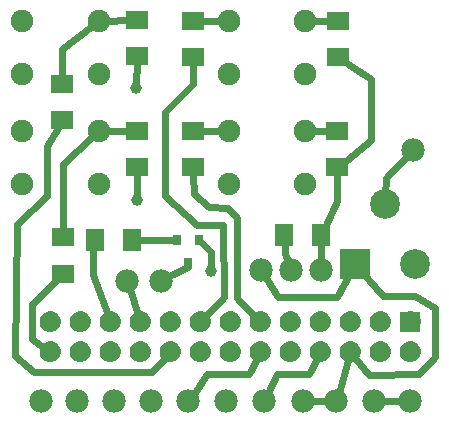
<source format=gbl>
G04 MADE WITH FRITZING*
G04 WWW.FRITZING.ORG*
G04 DOUBLE SIDED*
G04 HOLES PLATED*
G04 CONTOUR ON CENTER OF CONTOUR VECTOR*
%ASAXBY*%
%FSLAX23Y23*%
%MOIN*%
%OFA0B0*%
%SFA1.0B1.0*%
%ADD10C,0.075000*%
%ADD11C,0.039370*%
%ADD12C,0.078000*%
%ADD13C,0.099000*%
%ADD14C,0.070000*%
%ADD15R,0.074803X0.062992*%
%ADD16R,0.062992X0.074803*%
%ADD17R,0.031496X0.035433*%
%ADD18R,0.099000X0.099000*%
%ADD19R,0.070000X0.070000*%
%ADD20C,0.024000*%
%ADD21R,0.001000X0.001000*%
%LNCOPPER0*%
G90*
G70*
G54D10*
X315Y968D03*
X59Y968D03*
X315Y790D03*
X59Y790D03*
X315Y968D03*
X59Y968D03*
X315Y790D03*
X59Y790D03*
X315Y1334D03*
X59Y1334D03*
X315Y1157D03*
X59Y1157D03*
X315Y1334D03*
X59Y1334D03*
X315Y1157D03*
X59Y1157D03*
G54D11*
X441Y738D03*
X689Y499D03*
X440Y1110D03*
G54D12*
X866Y66D03*
X122Y66D03*
X740Y66D03*
X410Y468D03*
X524Y468D03*
X366Y66D03*
X244Y66D03*
X1362Y905D03*
X1354Y66D03*
X1106Y66D03*
X488Y66D03*
X1232Y66D03*
X996Y66D03*
X614Y66D03*
G54D13*
X1369Y523D03*
X1169Y523D03*
X1269Y723D03*
G54D10*
X1004Y968D03*
X748Y968D03*
X1004Y790D03*
X748Y790D03*
X1004Y968D03*
X748Y968D03*
X1004Y790D03*
X748Y790D03*
X1004Y1334D03*
X748Y1334D03*
X1004Y1157D03*
X748Y1157D03*
X1004Y1334D03*
X748Y1334D03*
X1004Y1157D03*
X748Y1157D03*
G54D14*
X1154Y330D03*
X1054Y330D03*
X954Y330D03*
X654Y330D03*
X554Y330D03*
X454Y330D03*
X854Y330D03*
X754Y330D03*
X254Y330D03*
X154Y330D03*
X354Y330D03*
X1154Y230D03*
X1054Y230D03*
X954Y230D03*
X654Y230D03*
X554Y230D03*
X454Y230D03*
X854Y230D03*
X754Y230D03*
X254Y230D03*
X154Y230D03*
X354Y230D03*
X1354Y230D03*
X1254Y230D03*
X1354Y330D03*
X1254Y330D03*
G54D12*
X1055Y503D03*
X955Y503D03*
X855Y503D03*
G54D15*
X193Y1125D03*
X193Y1003D03*
X441Y1338D03*
X441Y1216D03*
X630Y968D03*
X630Y846D03*
X1110Y846D03*
X1110Y968D03*
X1114Y1212D03*
X1114Y1334D03*
X630Y1334D03*
X630Y1212D03*
X441Y846D03*
X441Y968D03*
X197Y613D03*
X197Y491D03*
G54D16*
X425Y605D03*
X303Y605D03*
G54D17*
X575Y605D03*
X650Y605D03*
X612Y527D03*
G54D16*
X1055Y621D03*
X933Y621D03*
G54D18*
X1169Y523D03*
G54D19*
X1354Y330D03*
G54D20*
X662Y968D02*
X720Y968D01*
D02*
X1221Y936D02*
X1142Y871D01*
D02*
X1221Y1141D02*
X1221Y936D01*
D02*
X1146Y1190D02*
X1221Y1141D01*
D02*
X1110Y735D02*
X1071Y653D01*
D02*
X1110Y820D02*
X1110Y735D01*
D02*
X1033Y968D02*
X1079Y968D01*
D02*
X451Y605D02*
X565Y605D01*
D02*
X611Y515D02*
X550Y482D01*
D02*
X612Y527D02*
X611Y515D01*
D02*
X1272Y811D02*
X1270Y754D01*
D02*
X1341Y883D02*
X1272Y811D01*
D02*
X197Y857D02*
X294Y948D01*
D02*
X197Y639D02*
X197Y857D01*
D02*
X409Y968D02*
X344Y968D01*
D02*
X193Y1239D02*
X293Y1316D01*
D02*
X193Y1151D02*
X193Y1239D01*
D02*
X409Y1337D02*
X344Y1335D01*
D02*
X662Y1334D02*
X720Y1334D01*
D02*
X1082Y1334D02*
X1033Y1334D01*
D02*
X303Y605D02*
X296Y582D01*
D02*
X296Y582D02*
X296Y486D01*
D02*
X296Y486D02*
X345Y354D01*
D02*
X419Y439D02*
X446Y355D01*
D02*
X937Y557D02*
X946Y532D01*
D02*
X935Y589D02*
X937Y557D01*
D02*
X630Y1125D02*
X536Y1030D01*
D02*
X630Y1186D02*
X630Y1125D01*
D02*
X536Y1030D02*
X536Y751D01*
D02*
X642Y653D02*
X728Y654D01*
D02*
X536Y750D02*
X642Y653D01*
D02*
X728Y654D02*
X733Y413D01*
D02*
X733Y413D02*
X672Y349D01*
D02*
X91Y390D02*
X91Y274D01*
D02*
X170Y465D02*
X91Y390D01*
D02*
X91Y274D02*
X132Y245D01*
D02*
X1016Y156D02*
X1042Y207D01*
D02*
X909Y156D02*
X1016Y156D01*
D02*
X879Y93D02*
X909Y156D01*
D02*
X1263Y66D02*
X1324Y66D01*
D02*
X677Y156D02*
X815Y156D01*
D02*
X815Y156D02*
X842Y207D01*
D02*
X632Y91D02*
X677Y156D01*
D02*
X630Y820D02*
X631Y758D01*
D02*
X684Y712D02*
X745Y709D01*
D02*
X745Y709D02*
X775Y676D01*
D02*
X631Y758D02*
X684Y712D01*
D02*
X776Y409D02*
X835Y348D01*
D02*
X775Y676D02*
X776Y409D01*
D02*
X178Y977D02*
X142Y917D01*
D02*
X44Y656D02*
X36Y216D01*
D02*
X142Y751D02*
X44Y656D01*
D02*
X142Y917D02*
X142Y751D01*
D02*
X36Y216D02*
X98Y164D01*
D02*
X98Y164D02*
X492Y164D01*
D02*
X492Y164D02*
X536Y211D01*
D02*
X1055Y589D02*
X1055Y533D01*
D02*
X441Y820D02*
X441Y757D01*
D02*
X441Y1190D02*
X440Y1129D01*
D02*
X1076Y66D02*
X1026Y66D01*
D02*
X1146Y205D02*
X1115Y95D01*
D02*
X1264Y416D02*
X1370Y416D01*
D02*
X1370Y416D02*
X1437Y376D01*
D02*
X1190Y499D02*
X1264Y416D01*
D02*
X1437Y215D02*
X1381Y156D01*
D02*
X1437Y376D02*
X1437Y215D01*
D02*
X1381Y156D02*
X1217Y152D01*
D02*
X1217Y152D02*
X1170Y210D01*
D02*
X872Y478D02*
X914Y413D01*
D02*
X914Y413D02*
X1110Y413D01*
D02*
X1110Y413D02*
X1154Y495D01*
D02*
X660Y594D02*
X688Y562D01*
D02*
X688Y562D02*
X689Y518D01*
G54D21*
X151Y366D02*
X155Y366D01*
X251Y366D02*
X255Y366D01*
X351Y366D02*
X355Y366D01*
X451Y366D02*
X455Y366D01*
X551Y366D02*
X555Y366D01*
X651Y366D02*
X655Y366D01*
X751Y366D02*
X755Y366D01*
X851Y366D02*
X855Y366D01*
X951Y366D02*
X955Y366D01*
X1051Y366D02*
X1055Y366D01*
X1151Y366D02*
X1155Y366D01*
X1251Y366D02*
X1255Y366D01*
X1351Y366D02*
X1355Y366D01*
X146Y365D02*
X161Y365D01*
X246Y365D02*
X261Y365D01*
X346Y365D02*
X361Y365D01*
X446Y365D02*
X461Y365D01*
X546Y365D02*
X561Y365D01*
X646Y365D02*
X661Y365D01*
X746Y365D02*
X761Y365D01*
X846Y365D02*
X861Y365D01*
X946Y365D02*
X961Y365D01*
X1046Y365D02*
X1061Y365D01*
X1146Y365D02*
X1161Y365D01*
X1245Y365D02*
X1261Y365D01*
X1345Y365D02*
X1361Y365D01*
X143Y364D02*
X164Y364D01*
X243Y364D02*
X264Y364D01*
X343Y364D02*
X364Y364D01*
X443Y364D02*
X464Y364D01*
X543Y364D02*
X564Y364D01*
X643Y364D02*
X664Y364D01*
X743Y364D02*
X764Y364D01*
X843Y364D02*
X864Y364D01*
X942Y364D02*
X964Y364D01*
X1042Y364D02*
X1064Y364D01*
X1142Y364D02*
X1164Y364D01*
X1242Y364D02*
X1264Y364D01*
X1342Y364D02*
X1364Y364D01*
X140Y363D02*
X166Y363D01*
X240Y363D02*
X266Y363D01*
X340Y363D02*
X366Y363D01*
X440Y363D02*
X466Y363D01*
X540Y363D02*
X566Y363D01*
X640Y363D02*
X666Y363D01*
X740Y363D02*
X766Y363D01*
X840Y363D02*
X866Y363D01*
X940Y363D02*
X966Y363D01*
X1040Y363D02*
X1066Y363D01*
X1140Y363D02*
X1166Y363D01*
X1240Y363D02*
X1266Y363D01*
X1340Y363D02*
X1366Y363D01*
X138Y362D02*
X168Y362D01*
X238Y362D02*
X268Y362D01*
X338Y362D02*
X368Y362D01*
X438Y362D02*
X468Y362D01*
X538Y362D02*
X568Y362D01*
X638Y362D02*
X668Y362D01*
X738Y362D02*
X768Y362D01*
X838Y362D02*
X868Y362D01*
X938Y362D02*
X968Y362D01*
X1038Y362D02*
X1068Y362D01*
X1138Y362D02*
X1168Y362D01*
X1238Y362D02*
X1268Y362D01*
X1338Y362D02*
X1368Y362D01*
X137Y361D02*
X170Y361D01*
X237Y361D02*
X270Y361D01*
X336Y361D02*
X370Y361D01*
X436Y361D02*
X470Y361D01*
X536Y361D02*
X570Y361D01*
X636Y361D02*
X670Y361D01*
X736Y361D02*
X770Y361D01*
X836Y361D02*
X870Y361D01*
X936Y361D02*
X970Y361D01*
X1036Y361D02*
X1070Y361D01*
X1136Y361D02*
X1170Y361D01*
X1236Y361D02*
X1270Y361D01*
X1336Y361D02*
X1370Y361D01*
X135Y360D02*
X171Y360D01*
X235Y360D02*
X271Y360D01*
X335Y360D02*
X371Y360D01*
X435Y360D02*
X471Y360D01*
X535Y360D02*
X571Y360D01*
X635Y360D02*
X671Y360D01*
X735Y360D02*
X771Y360D01*
X835Y360D02*
X871Y360D01*
X935Y360D02*
X971Y360D01*
X1035Y360D02*
X1071Y360D01*
X1135Y360D02*
X1171Y360D01*
X1235Y360D02*
X1271Y360D01*
X1335Y360D02*
X1371Y360D01*
X134Y359D02*
X173Y359D01*
X234Y359D02*
X273Y359D01*
X334Y359D02*
X373Y359D01*
X434Y359D02*
X473Y359D01*
X534Y359D02*
X573Y359D01*
X634Y359D02*
X673Y359D01*
X734Y359D02*
X773Y359D01*
X834Y359D02*
X873Y359D01*
X934Y359D02*
X973Y359D01*
X1034Y359D02*
X1073Y359D01*
X1134Y359D02*
X1173Y359D01*
X1233Y359D02*
X1273Y359D01*
X1333Y359D02*
X1373Y359D01*
X132Y358D02*
X174Y358D01*
X232Y358D02*
X274Y358D01*
X332Y358D02*
X374Y358D01*
X432Y358D02*
X474Y358D01*
X532Y358D02*
X574Y358D01*
X632Y358D02*
X674Y358D01*
X732Y358D02*
X774Y358D01*
X832Y358D02*
X874Y358D01*
X932Y358D02*
X974Y358D01*
X1032Y358D02*
X1074Y358D01*
X1132Y358D02*
X1174Y358D01*
X1232Y358D02*
X1274Y358D01*
X1332Y358D02*
X1374Y358D01*
X131Y357D02*
X175Y357D01*
X231Y357D02*
X275Y357D01*
X331Y357D02*
X375Y357D01*
X431Y357D02*
X475Y357D01*
X531Y357D02*
X575Y357D01*
X631Y357D02*
X675Y357D01*
X731Y357D02*
X775Y357D01*
X831Y357D02*
X875Y357D01*
X931Y357D02*
X975Y357D01*
X1031Y357D02*
X1075Y357D01*
X1131Y357D02*
X1175Y357D01*
X1231Y357D02*
X1275Y357D01*
X1331Y357D02*
X1375Y357D01*
X130Y356D02*
X176Y356D01*
X230Y356D02*
X276Y356D01*
X330Y356D02*
X376Y356D01*
X430Y356D02*
X476Y356D01*
X530Y356D02*
X576Y356D01*
X630Y356D02*
X676Y356D01*
X730Y356D02*
X776Y356D01*
X830Y356D02*
X876Y356D01*
X930Y356D02*
X976Y356D01*
X1030Y356D02*
X1076Y356D01*
X1130Y356D02*
X1176Y356D01*
X1230Y356D02*
X1276Y356D01*
X1330Y356D02*
X1376Y356D01*
X129Y355D02*
X177Y355D01*
X229Y355D02*
X277Y355D01*
X329Y355D02*
X377Y355D01*
X429Y355D02*
X477Y355D01*
X529Y355D02*
X577Y355D01*
X629Y355D02*
X677Y355D01*
X729Y355D02*
X777Y355D01*
X829Y355D02*
X877Y355D01*
X929Y355D02*
X977Y355D01*
X1029Y355D02*
X1077Y355D01*
X1129Y355D02*
X1177Y355D01*
X1229Y355D02*
X1277Y355D01*
X1329Y355D02*
X1377Y355D01*
X128Y354D02*
X178Y354D01*
X228Y354D02*
X278Y354D01*
X328Y354D02*
X378Y354D01*
X428Y354D02*
X478Y354D01*
X528Y354D02*
X578Y354D01*
X628Y354D02*
X678Y354D01*
X728Y354D02*
X778Y354D01*
X828Y354D02*
X878Y354D01*
X928Y354D02*
X978Y354D01*
X1028Y354D02*
X1078Y354D01*
X1128Y354D02*
X1178Y354D01*
X1228Y354D02*
X1278Y354D01*
X1328Y354D02*
X1378Y354D01*
X127Y353D02*
X179Y353D01*
X227Y353D02*
X279Y353D01*
X327Y353D02*
X379Y353D01*
X427Y353D02*
X479Y353D01*
X527Y353D02*
X579Y353D01*
X627Y353D02*
X679Y353D01*
X727Y353D02*
X779Y353D01*
X827Y353D02*
X879Y353D01*
X927Y353D02*
X979Y353D01*
X1027Y353D02*
X1079Y353D01*
X1127Y353D02*
X1179Y353D01*
X1227Y353D02*
X1279Y353D01*
X1327Y353D02*
X1379Y353D01*
X126Y352D02*
X180Y352D01*
X226Y352D02*
X280Y352D01*
X326Y352D02*
X380Y352D01*
X426Y352D02*
X480Y352D01*
X526Y352D02*
X580Y352D01*
X626Y352D02*
X680Y352D01*
X726Y352D02*
X780Y352D01*
X826Y352D02*
X880Y352D01*
X926Y352D02*
X980Y352D01*
X1026Y352D02*
X1080Y352D01*
X1126Y352D02*
X1180Y352D01*
X1226Y352D02*
X1280Y352D01*
X1326Y352D02*
X1380Y352D01*
X126Y351D02*
X181Y351D01*
X226Y351D02*
X281Y351D01*
X326Y351D02*
X381Y351D01*
X426Y351D02*
X481Y351D01*
X526Y351D02*
X581Y351D01*
X626Y351D02*
X681Y351D01*
X726Y351D02*
X781Y351D01*
X826Y351D02*
X881Y351D01*
X926Y351D02*
X981Y351D01*
X1026Y351D02*
X1081Y351D01*
X1126Y351D02*
X1181Y351D01*
X1226Y351D02*
X1281Y351D01*
X1326Y351D02*
X1381Y351D01*
X125Y350D02*
X181Y350D01*
X225Y350D02*
X281Y350D01*
X325Y350D02*
X381Y350D01*
X425Y350D02*
X481Y350D01*
X525Y350D02*
X581Y350D01*
X625Y350D02*
X681Y350D01*
X725Y350D02*
X781Y350D01*
X825Y350D02*
X881Y350D01*
X925Y350D02*
X981Y350D01*
X1025Y350D02*
X1081Y350D01*
X1125Y350D02*
X1181Y350D01*
X1225Y350D02*
X1281Y350D01*
X1325Y350D02*
X1381Y350D01*
X124Y349D02*
X182Y349D01*
X224Y349D02*
X282Y349D01*
X324Y349D02*
X382Y349D01*
X424Y349D02*
X482Y349D01*
X524Y349D02*
X582Y349D01*
X624Y349D02*
X682Y349D01*
X724Y349D02*
X782Y349D01*
X824Y349D02*
X882Y349D01*
X924Y349D02*
X982Y349D01*
X1024Y349D02*
X1082Y349D01*
X1124Y349D02*
X1182Y349D01*
X1224Y349D02*
X1282Y349D01*
X1324Y349D02*
X1382Y349D01*
X124Y348D02*
X183Y348D01*
X224Y348D02*
X283Y348D01*
X324Y348D02*
X383Y348D01*
X424Y348D02*
X483Y348D01*
X524Y348D02*
X583Y348D01*
X624Y348D02*
X683Y348D01*
X724Y348D02*
X783Y348D01*
X824Y348D02*
X883Y348D01*
X924Y348D02*
X983Y348D01*
X1024Y348D02*
X1083Y348D01*
X1124Y348D02*
X1183Y348D01*
X1224Y348D02*
X1283Y348D01*
X1324Y348D02*
X1383Y348D01*
X123Y347D02*
X183Y347D01*
X223Y347D02*
X283Y347D01*
X323Y347D02*
X383Y347D01*
X423Y347D02*
X483Y347D01*
X523Y347D02*
X583Y347D01*
X623Y347D02*
X683Y347D01*
X723Y347D02*
X783Y347D01*
X823Y347D02*
X883Y347D01*
X923Y347D02*
X983Y347D01*
X1023Y347D02*
X1083Y347D01*
X1123Y347D02*
X1183Y347D01*
X1223Y347D02*
X1283Y347D01*
X1323Y347D02*
X1383Y347D01*
X122Y346D02*
X150Y346D01*
X156Y346D02*
X184Y346D01*
X222Y346D02*
X250Y346D01*
X256Y346D02*
X284Y346D01*
X322Y346D02*
X350Y346D01*
X356Y346D02*
X384Y346D01*
X422Y346D02*
X450Y346D01*
X456Y346D02*
X484Y346D01*
X522Y346D02*
X550Y346D01*
X556Y346D02*
X584Y346D01*
X622Y346D02*
X650Y346D01*
X656Y346D02*
X684Y346D01*
X722Y346D02*
X750Y346D01*
X756Y346D02*
X784Y346D01*
X822Y346D02*
X850Y346D01*
X856Y346D02*
X884Y346D01*
X922Y346D02*
X950Y346D01*
X956Y346D02*
X984Y346D01*
X1022Y346D02*
X1050Y346D01*
X1056Y346D02*
X1084Y346D01*
X1122Y346D02*
X1150Y346D01*
X1156Y346D02*
X1184Y346D01*
X1222Y346D02*
X1250Y346D01*
X1256Y346D02*
X1284Y346D01*
X1322Y346D02*
X1350Y346D01*
X1356Y346D02*
X1384Y346D01*
X122Y345D02*
X146Y345D01*
X160Y345D02*
X184Y345D01*
X222Y345D02*
X246Y345D01*
X260Y345D02*
X284Y345D01*
X322Y345D02*
X346Y345D01*
X360Y345D02*
X384Y345D01*
X422Y345D02*
X446Y345D01*
X460Y345D02*
X484Y345D01*
X522Y345D02*
X546Y345D01*
X560Y345D02*
X584Y345D01*
X622Y345D02*
X646Y345D01*
X660Y345D02*
X684Y345D01*
X722Y345D02*
X746Y345D01*
X760Y345D02*
X784Y345D01*
X822Y345D02*
X846Y345D01*
X860Y345D02*
X884Y345D01*
X922Y345D02*
X946Y345D01*
X960Y345D02*
X984Y345D01*
X1022Y345D02*
X1046Y345D01*
X1060Y345D02*
X1084Y345D01*
X1122Y345D02*
X1146Y345D01*
X1160Y345D02*
X1184Y345D01*
X1222Y345D02*
X1246Y345D01*
X1260Y345D02*
X1284Y345D01*
X1322Y345D02*
X1346Y345D01*
X1360Y345D02*
X1384Y345D01*
X122Y344D02*
X144Y344D01*
X163Y344D02*
X185Y344D01*
X222Y344D02*
X244Y344D01*
X262Y344D02*
X285Y344D01*
X321Y344D02*
X344Y344D01*
X362Y344D02*
X385Y344D01*
X421Y344D02*
X444Y344D01*
X462Y344D02*
X485Y344D01*
X521Y344D02*
X544Y344D01*
X562Y344D02*
X585Y344D01*
X621Y344D02*
X644Y344D01*
X662Y344D02*
X685Y344D01*
X721Y344D02*
X744Y344D01*
X762Y344D02*
X785Y344D01*
X821Y344D02*
X844Y344D01*
X862Y344D02*
X885Y344D01*
X921Y344D02*
X944Y344D01*
X962Y344D02*
X985Y344D01*
X1021Y344D02*
X1044Y344D01*
X1062Y344D02*
X1085Y344D01*
X1121Y344D02*
X1144Y344D01*
X1162Y344D02*
X1185Y344D01*
X1221Y344D02*
X1244Y344D01*
X1262Y344D02*
X1285Y344D01*
X1321Y344D02*
X1344Y344D01*
X1362Y344D02*
X1385Y344D01*
X121Y343D02*
X142Y343D01*
X164Y343D02*
X185Y343D01*
X221Y343D02*
X242Y343D01*
X264Y343D02*
X285Y343D01*
X321Y343D02*
X342Y343D01*
X364Y343D02*
X385Y343D01*
X421Y343D02*
X442Y343D01*
X464Y343D02*
X485Y343D01*
X521Y343D02*
X542Y343D01*
X564Y343D02*
X585Y343D01*
X621Y343D02*
X642Y343D01*
X664Y343D02*
X685Y343D01*
X721Y343D02*
X742Y343D01*
X764Y343D02*
X785Y343D01*
X821Y343D02*
X842Y343D01*
X864Y343D02*
X885Y343D01*
X921Y343D02*
X942Y343D01*
X964Y343D02*
X985Y343D01*
X1021Y343D02*
X1042Y343D01*
X1064Y343D02*
X1085Y343D01*
X1121Y343D02*
X1142Y343D01*
X1164Y343D02*
X1185Y343D01*
X1221Y343D02*
X1242Y343D01*
X1264Y343D02*
X1285Y343D01*
X1321Y343D02*
X1342Y343D01*
X1364Y343D02*
X1385Y343D01*
X121Y342D02*
X141Y342D01*
X165Y342D02*
X186Y342D01*
X221Y342D02*
X241Y342D01*
X265Y342D02*
X286Y342D01*
X321Y342D02*
X341Y342D01*
X365Y342D02*
X386Y342D01*
X421Y342D02*
X441Y342D01*
X465Y342D02*
X486Y342D01*
X521Y342D02*
X541Y342D01*
X565Y342D02*
X586Y342D01*
X621Y342D02*
X641Y342D01*
X665Y342D02*
X686Y342D01*
X721Y342D02*
X741Y342D01*
X765Y342D02*
X786Y342D01*
X821Y342D02*
X841Y342D01*
X865Y342D02*
X886Y342D01*
X921Y342D02*
X941Y342D01*
X965Y342D02*
X986Y342D01*
X1021Y342D02*
X1041Y342D01*
X1065Y342D02*
X1086Y342D01*
X1121Y342D02*
X1141Y342D01*
X1165Y342D02*
X1186Y342D01*
X1221Y342D02*
X1241Y342D01*
X1265Y342D02*
X1286Y342D01*
X1321Y342D02*
X1341Y342D01*
X1365Y342D02*
X1385Y342D01*
X120Y341D02*
X140Y341D01*
X166Y341D02*
X186Y341D01*
X220Y341D02*
X240Y341D01*
X266Y341D02*
X286Y341D01*
X320Y341D02*
X340Y341D01*
X366Y341D02*
X386Y341D01*
X420Y341D02*
X440Y341D01*
X466Y341D02*
X486Y341D01*
X520Y341D02*
X540Y341D01*
X566Y341D02*
X586Y341D01*
X620Y341D02*
X640Y341D01*
X666Y341D02*
X686Y341D01*
X720Y341D02*
X740Y341D01*
X766Y341D02*
X786Y341D01*
X820Y341D02*
X840Y341D01*
X866Y341D02*
X886Y341D01*
X920Y341D02*
X940Y341D01*
X966Y341D02*
X986Y341D01*
X1020Y341D02*
X1040Y341D01*
X1066Y341D02*
X1086Y341D01*
X1120Y341D02*
X1140Y341D01*
X1166Y341D02*
X1186Y341D01*
X1220Y341D02*
X1240Y341D01*
X1266Y341D02*
X1286Y341D01*
X1320Y341D02*
X1340Y341D01*
X1366Y341D02*
X1386Y341D01*
X120Y340D02*
X140Y340D01*
X167Y340D02*
X186Y340D01*
X220Y340D02*
X240Y340D01*
X266Y340D02*
X286Y340D01*
X320Y340D02*
X340Y340D01*
X366Y340D02*
X386Y340D01*
X420Y340D02*
X440Y340D01*
X466Y340D02*
X486Y340D01*
X520Y340D02*
X540Y340D01*
X566Y340D02*
X586Y340D01*
X620Y340D02*
X640Y340D01*
X666Y340D02*
X686Y340D01*
X720Y340D02*
X740Y340D01*
X766Y340D02*
X786Y340D01*
X820Y340D02*
X840Y340D01*
X866Y340D02*
X886Y340D01*
X920Y340D02*
X940Y340D01*
X966Y340D02*
X986Y340D01*
X1020Y340D02*
X1040Y340D01*
X1066Y340D02*
X1086Y340D01*
X1120Y340D02*
X1140Y340D01*
X1166Y340D02*
X1186Y340D01*
X1220Y340D02*
X1240Y340D01*
X1266Y340D02*
X1286Y340D01*
X1320Y340D02*
X1340Y340D01*
X1366Y340D02*
X1386Y340D01*
X120Y339D02*
X139Y339D01*
X167Y339D02*
X187Y339D01*
X220Y339D02*
X239Y339D01*
X267Y339D02*
X287Y339D01*
X320Y339D02*
X339Y339D01*
X367Y339D02*
X387Y339D01*
X420Y339D02*
X439Y339D01*
X467Y339D02*
X487Y339D01*
X520Y339D02*
X539Y339D01*
X567Y339D02*
X587Y339D01*
X620Y339D02*
X639Y339D01*
X667Y339D02*
X687Y339D01*
X720Y339D02*
X739Y339D01*
X767Y339D02*
X787Y339D01*
X820Y339D02*
X839Y339D01*
X867Y339D02*
X887Y339D01*
X920Y339D02*
X939Y339D01*
X967Y339D02*
X987Y339D01*
X1020Y339D02*
X1039Y339D01*
X1067Y339D02*
X1086Y339D01*
X1120Y339D02*
X1139Y339D01*
X1167Y339D02*
X1186Y339D01*
X1220Y339D02*
X1239Y339D01*
X1267Y339D02*
X1286Y339D01*
X1320Y339D02*
X1339Y339D01*
X1367Y339D02*
X1386Y339D01*
X119Y338D02*
X139Y338D01*
X167Y338D02*
X187Y338D01*
X219Y338D02*
X239Y338D01*
X267Y338D02*
X287Y338D01*
X319Y338D02*
X339Y338D01*
X367Y338D02*
X387Y338D01*
X419Y338D02*
X439Y338D01*
X467Y338D02*
X487Y338D01*
X519Y338D02*
X539Y338D01*
X567Y338D02*
X587Y338D01*
X619Y338D02*
X639Y338D01*
X667Y338D02*
X687Y338D01*
X719Y338D02*
X739Y338D01*
X767Y338D02*
X787Y338D01*
X819Y338D02*
X839Y338D01*
X867Y338D02*
X887Y338D01*
X919Y338D02*
X939Y338D01*
X967Y338D02*
X987Y338D01*
X1019Y338D02*
X1039Y338D01*
X1067Y338D02*
X1087Y338D01*
X1119Y338D02*
X1139Y338D01*
X1167Y338D02*
X1187Y338D01*
X1219Y338D02*
X1239Y338D01*
X1267Y338D02*
X1287Y338D01*
X1319Y338D02*
X1339Y338D01*
X1367Y338D02*
X1387Y338D01*
X119Y337D02*
X138Y337D01*
X168Y337D02*
X187Y337D01*
X219Y337D02*
X238Y337D01*
X268Y337D02*
X287Y337D01*
X319Y337D02*
X338Y337D01*
X368Y337D02*
X387Y337D01*
X419Y337D02*
X438Y337D01*
X468Y337D02*
X487Y337D01*
X519Y337D02*
X538Y337D01*
X568Y337D02*
X587Y337D01*
X619Y337D02*
X638Y337D01*
X668Y337D02*
X687Y337D01*
X719Y337D02*
X738Y337D01*
X768Y337D02*
X787Y337D01*
X819Y337D02*
X838Y337D01*
X868Y337D02*
X887Y337D01*
X919Y337D02*
X938Y337D01*
X968Y337D02*
X987Y337D01*
X1019Y337D02*
X1038Y337D01*
X1068Y337D02*
X1087Y337D01*
X1119Y337D02*
X1138Y337D01*
X1168Y337D02*
X1187Y337D01*
X1219Y337D02*
X1238Y337D01*
X1268Y337D02*
X1287Y337D01*
X1319Y337D02*
X1338Y337D01*
X1368Y337D02*
X1387Y337D01*
X119Y336D02*
X138Y336D01*
X168Y336D02*
X187Y336D01*
X219Y336D02*
X238Y336D01*
X268Y336D02*
X287Y336D01*
X319Y336D02*
X338Y336D01*
X368Y336D02*
X387Y336D01*
X419Y336D02*
X438Y336D01*
X468Y336D02*
X487Y336D01*
X519Y336D02*
X538Y336D01*
X568Y336D02*
X587Y336D01*
X619Y336D02*
X638Y336D01*
X668Y336D02*
X687Y336D01*
X719Y336D02*
X738Y336D01*
X768Y336D02*
X787Y336D01*
X819Y336D02*
X838Y336D01*
X868Y336D02*
X887Y336D01*
X919Y336D02*
X938Y336D01*
X968Y336D02*
X987Y336D01*
X1019Y336D02*
X1038Y336D01*
X1068Y336D02*
X1087Y336D01*
X1119Y336D02*
X1138Y336D01*
X1168Y336D02*
X1187Y336D01*
X1219Y336D02*
X1238Y336D01*
X1268Y336D02*
X1287Y336D01*
X1319Y336D02*
X1338Y336D01*
X1368Y336D02*
X1387Y336D01*
X119Y335D02*
X138Y335D01*
X168Y335D02*
X187Y335D01*
X219Y335D02*
X238Y335D01*
X268Y335D02*
X287Y335D01*
X319Y335D02*
X338Y335D01*
X368Y335D02*
X387Y335D01*
X419Y335D02*
X438Y335D01*
X468Y335D02*
X487Y335D01*
X519Y335D02*
X538Y335D01*
X568Y335D02*
X587Y335D01*
X619Y335D02*
X638Y335D01*
X668Y335D02*
X687Y335D01*
X719Y335D02*
X738Y335D01*
X768Y335D02*
X787Y335D01*
X819Y335D02*
X838Y335D01*
X868Y335D02*
X887Y335D01*
X919Y335D02*
X938Y335D01*
X968Y335D02*
X987Y335D01*
X1019Y335D02*
X1038Y335D01*
X1068Y335D02*
X1087Y335D01*
X1119Y335D02*
X1138Y335D01*
X1168Y335D02*
X1187Y335D01*
X1219Y335D02*
X1238Y335D01*
X1268Y335D02*
X1287Y335D01*
X1319Y335D02*
X1338Y335D01*
X1368Y335D02*
X1387Y335D01*
X119Y334D02*
X138Y334D01*
X168Y334D02*
X187Y334D01*
X219Y334D02*
X238Y334D01*
X268Y334D02*
X287Y334D01*
X319Y334D02*
X338Y334D01*
X368Y334D02*
X387Y334D01*
X419Y334D02*
X438Y334D01*
X468Y334D02*
X487Y334D01*
X519Y334D02*
X538Y334D01*
X568Y334D02*
X587Y334D01*
X619Y334D02*
X638Y334D01*
X668Y334D02*
X687Y334D01*
X719Y334D02*
X738Y334D01*
X768Y334D02*
X787Y334D01*
X819Y334D02*
X838Y334D01*
X868Y334D02*
X887Y334D01*
X919Y334D02*
X938Y334D01*
X968Y334D02*
X987Y334D01*
X1019Y334D02*
X1038Y334D01*
X1068Y334D02*
X1087Y334D01*
X1119Y334D02*
X1138Y334D01*
X1168Y334D02*
X1187Y334D01*
X1219Y334D02*
X1238Y334D01*
X1268Y334D02*
X1287Y334D01*
X1319Y334D02*
X1338Y334D01*
X1368Y334D02*
X1387Y334D01*
X119Y333D02*
X138Y333D01*
X169Y333D02*
X188Y333D01*
X219Y333D02*
X238Y333D01*
X269Y333D02*
X288Y333D01*
X319Y333D02*
X338Y333D01*
X369Y333D02*
X388Y333D01*
X419Y333D02*
X438Y333D01*
X469Y333D02*
X488Y333D01*
X519Y333D02*
X538Y333D01*
X569Y333D02*
X588Y333D01*
X619Y333D02*
X638Y333D01*
X669Y333D02*
X688Y333D01*
X719Y333D02*
X738Y333D01*
X769Y333D02*
X788Y333D01*
X819Y333D02*
X838Y333D01*
X868Y333D02*
X888Y333D01*
X919Y333D02*
X938Y333D01*
X968Y333D02*
X988Y333D01*
X1019Y333D02*
X1038Y333D01*
X1068Y333D02*
X1087Y333D01*
X1119Y333D02*
X1138Y333D01*
X1168Y333D02*
X1187Y333D01*
X1219Y333D02*
X1238Y333D01*
X1268Y333D02*
X1287Y333D01*
X1319Y333D02*
X1338Y333D01*
X1368Y333D02*
X1387Y333D01*
X119Y332D02*
X138Y332D01*
X169Y332D02*
X188Y332D01*
X219Y332D02*
X238Y332D01*
X269Y332D02*
X288Y332D01*
X319Y332D02*
X338Y332D01*
X369Y332D02*
X388Y332D01*
X419Y332D02*
X438Y332D01*
X469Y332D02*
X488Y332D01*
X519Y332D02*
X538Y332D01*
X569Y332D02*
X588Y332D01*
X619Y332D02*
X638Y332D01*
X669Y332D02*
X688Y332D01*
X719Y332D02*
X738Y332D01*
X769Y332D02*
X788Y332D01*
X819Y332D02*
X838Y332D01*
X869Y332D02*
X888Y332D01*
X919Y332D02*
X938Y332D01*
X969Y332D02*
X988Y332D01*
X1019Y332D02*
X1038Y332D01*
X1069Y332D02*
X1088Y332D01*
X1119Y332D02*
X1138Y332D01*
X1169Y332D02*
X1188Y332D01*
X1219Y332D02*
X1238Y332D01*
X1269Y332D02*
X1288Y332D01*
X1319Y332D02*
X1338Y332D01*
X1369Y332D02*
X1388Y332D01*
X119Y331D02*
X138Y331D01*
X169Y331D02*
X188Y331D01*
X219Y331D02*
X238Y331D01*
X269Y331D02*
X288Y331D01*
X319Y331D02*
X338Y331D01*
X369Y331D02*
X388Y331D01*
X419Y331D02*
X438Y331D01*
X469Y331D02*
X488Y331D01*
X519Y331D02*
X538Y331D01*
X569Y331D02*
X588Y331D01*
X619Y331D02*
X638Y331D01*
X669Y331D02*
X688Y331D01*
X719Y331D02*
X738Y331D01*
X769Y331D02*
X788Y331D01*
X819Y331D02*
X838Y331D01*
X869Y331D02*
X888Y331D01*
X919Y331D02*
X938Y331D01*
X969Y331D02*
X988Y331D01*
X1019Y331D02*
X1038Y331D01*
X1069Y331D02*
X1088Y331D01*
X1119Y331D02*
X1138Y331D01*
X1169Y331D02*
X1188Y331D01*
X1219Y331D02*
X1238Y331D01*
X1269Y331D02*
X1288Y331D01*
X1319Y331D02*
X1338Y331D01*
X1369Y331D02*
X1388Y331D01*
X119Y330D02*
X138Y330D01*
X169Y330D02*
X188Y330D01*
X219Y330D02*
X238Y330D01*
X269Y330D02*
X288Y330D01*
X319Y330D02*
X338Y330D01*
X369Y330D02*
X388Y330D01*
X419Y330D02*
X438Y330D01*
X469Y330D02*
X488Y330D01*
X519Y330D02*
X538Y330D01*
X569Y330D02*
X588Y330D01*
X619Y330D02*
X638Y330D01*
X669Y330D02*
X688Y330D01*
X719Y330D02*
X738Y330D01*
X769Y330D02*
X788Y330D01*
X819Y330D02*
X838Y330D01*
X869Y330D02*
X888Y330D01*
X919Y330D02*
X938Y330D01*
X969Y330D02*
X988Y330D01*
X1019Y330D02*
X1038Y330D01*
X1069Y330D02*
X1088Y330D01*
X1119Y330D02*
X1138Y330D01*
X1169Y330D02*
X1188Y330D01*
X1219Y330D02*
X1238Y330D01*
X1269Y330D02*
X1288Y330D01*
X1319Y330D02*
X1338Y330D01*
X1368Y330D02*
X1388Y330D01*
X119Y329D02*
X138Y329D01*
X169Y329D02*
X188Y329D01*
X219Y329D02*
X238Y329D01*
X269Y329D02*
X288Y329D01*
X319Y329D02*
X338Y329D01*
X369Y329D02*
X388Y329D01*
X419Y329D02*
X438Y329D01*
X469Y329D02*
X488Y329D01*
X519Y329D02*
X538Y329D01*
X569Y329D02*
X588Y329D01*
X619Y329D02*
X638Y329D01*
X668Y329D02*
X688Y329D01*
X719Y329D02*
X738Y329D01*
X768Y329D02*
X788Y329D01*
X819Y329D02*
X838Y329D01*
X868Y329D02*
X887Y329D01*
X919Y329D02*
X938Y329D01*
X968Y329D02*
X987Y329D01*
X1019Y329D02*
X1038Y329D01*
X1068Y329D02*
X1087Y329D01*
X1119Y329D02*
X1138Y329D01*
X1168Y329D02*
X1187Y329D01*
X1219Y329D02*
X1238Y329D01*
X1268Y329D02*
X1287Y329D01*
X1319Y329D02*
X1338Y329D01*
X1368Y329D02*
X1387Y329D01*
X119Y328D02*
X138Y328D01*
X168Y328D02*
X187Y328D01*
X219Y328D02*
X238Y328D01*
X268Y328D02*
X287Y328D01*
X319Y328D02*
X338Y328D01*
X368Y328D02*
X387Y328D01*
X419Y328D02*
X438Y328D01*
X468Y328D02*
X487Y328D01*
X519Y328D02*
X538Y328D01*
X568Y328D02*
X587Y328D01*
X619Y328D02*
X638Y328D01*
X668Y328D02*
X687Y328D01*
X719Y328D02*
X738Y328D01*
X768Y328D02*
X787Y328D01*
X819Y328D02*
X838Y328D01*
X868Y328D02*
X887Y328D01*
X919Y328D02*
X938Y328D01*
X968Y328D02*
X987Y328D01*
X1019Y328D02*
X1038Y328D01*
X1068Y328D02*
X1087Y328D01*
X1119Y328D02*
X1138Y328D01*
X1168Y328D02*
X1187Y328D01*
X1219Y328D02*
X1238Y328D01*
X1268Y328D02*
X1287Y328D01*
X1319Y328D02*
X1338Y328D01*
X1368Y328D02*
X1387Y328D01*
X119Y327D02*
X138Y327D01*
X168Y327D02*
X187Y327D01*
X219Y327D02*
X238Y327D01*
X268Y327D02*
X287Y327D01*
X319Y327D02*
X338Y327D01*
X368Y327D02*
X387Y327D01*
X419Y327D02*
X438Y327D01*
X468Y327D02*
X487Y327D01*
X519Y327D02*
X538Y327D01*
X568Y327D02*
X587Y327D01*
X619Y327D02*
X638Y327D01*
X668Y327D02*
X687Y327D01*
X719Y327D02*
X738Y327D01*
X768Y327D02*
X787Y327D01*
X819Y327D02*
X838Y327D01*
X868Y327D02*
X887Y327D01*
X919Y327D02*
X938Y327D01*
X968Y327D02*
X987Y327D01*
X1019Y327D02*
X1038Y327D01*
X1068Y327D02*
X1087Y327D01*
X1119Y327D02*
X1138Y327D01*
X1168Y327D02*
X1187Y327D01*
X1219Y327D02*
X1238Y327D01*
X1268Y327D02*
X1287Y327D01*
X1319Y327D02*
X1338Y327D01*
X1368Y327D02*
X1387Y327D01*
X119Y326D02*
X138Y326D01*
X168Y326D02*
X187Y326D01*
X219Y326D02*
X238Y326D01*
X268Y326D02*
X287Y326D01*
X319Y326D02*
X338Y326D01*
X368Y326D02*
X387Y326D01*
X419Y326D02*
X438Y326D01*
X468Y326D02*
X487Y326D01*
X519Y326D02*
X538Y326D01*
X568Y326D02*
X587Y326D01*
X619Y326D02*
X638Y326D01*
X668Y326D02*
X687Y326D01*
X719Y326D02*
X738Y326D01*
X768Y326D02*
X787Y326D01*
X819Y326D02*
X838Y326D01*
X868Y326D02*
X887Y326D01*
X919Y326D02*
X938Y326D01*
X968Y326D02*
X987Y326D01*
X1019Y326D02*
X1038Y326D01*
X1068Y326D02*
X1087Y326D01*
X1119Y326D02*
X1138Y326D01*
X1168Y326D02*
X1187Y326D01*
X1219Y326D02*
X1238Y326D01*
X1268Y326D02*
X1287Y326D01*
X1319Y326D02*
X1338Y326D01*
X1368Y326D02*
X1387Y326D01*
X119Y325D02*
X139Y325D01*
X168Y325D02*
X187Y325D01*
X219Y325D02*
X239Y325D01*
X268Y325D02*
X287Y325D01*
X319Y325D02*
X339Y325D01*
X368Y325D02*
X387Y325D01*
X419Y325D02*
X439Y325D01*
X468Y325D02*
X487Y325D01*
X519Y325D02*
X538Y325D01*
X568Y325D02*
X587Y325D01*
X619Y325D02*
X638Y325D01*
X668Y325D02*
X687Y325D01*
X719Y325D02*
X738Y325D01*
X768Y325D02*
X787Y325D01*
X819Y325D02*
X838Y325D01*
X868Y325D02*
X887Y325D01*
X919Y325D02*
X938Y325D01*
X968Y325D02*
X987Y325D01*
X1019Y325D02*
X1038Y325D01*
X1068Y325D02*
X1087Y325D01*
X1119Y325D02*
X1138Y325D01*
X1168Y325D02*
X1187Y325D01*
X1219Y325D02*
X1238Y325D01*
X1268Y325D02*
X1287Y325D01*
X1319Y325D02*
X1338Y325D01*
X1368Y325D02*
X1387Y325D01*
X120Y324D02*
X139Y324D01*
X167Y324D02*
X187Y324D01*
X220Y324D02*
X239Y324D01*
X267Y324D02*
X287Y324D01*
X320Y324D02*
X339Y324D01*
X367Y324D02*
X387Y324D01*
X420Y324D02*
X439Y324D01*
X467Y324D02*
X487Y324D01*
X519Y324D02*
X539Y324D01*
X567Y324D02*
X587Y324D01*
X619Y324D02*
X639Y324D01*
X667Y324D02*
X687Y324D01*
X719Y324D02*
X739Y324D01*
X767Y324D02*
X787Y324D01*
X819Y324D02*
X839Y324D01*
X867Y324D02*
X887Y324D01*
X919Y324D02*
X939Y324D01*
X967Y324D02*
X987Y324D01*
X1019Y324D02*
X1039Y324D01*
X1067Y324D02*
X1087Y324D01*
X1119Y324D02*
X1139Y324D01*
X1167Y324D02*
X1187Y324D01*
X1219Y324D02*
X1239Y324D01*
X1267Y324D02*
X1287Y324D01*
X1319Y324D02*
X1339Y324D01*
X1367Y324D02*
X1387Y324D01*
X120Y323D02*
X139Y323D01*
X167Y323D02*
X186Y323D01*
X220Y323D02*
X239Y323D01*
X267Y323D02*
X286Y323D01*
X320Y323D02*
X339Y323D01*
X367Y323D02*
X386Y323D01*
X420Y323D02*
X439Y323D01*
X467Y323D02*
X486Y323D01*
X520Y323D02*
X539Y323D01*
X567Y323D02*
X586Y323D01*
X620Y323D02*
X639Y323D01*
X667Y323D02*
X686Y323D01*
X720Y323D02*
X739Y323D01*
X767Y323D02*
X786Y323D01*
X820Y323D02*
X839Y323D01*
X867Y323D02*
X886Y323D01*
X920Y323D02*
X939Y323D01*
X967Y323D02*
X986Y323D01*
X1020Y323D02*
X1039Y323D01*
X1067Y323D02*
X1086Y323D01*
X1120Y323D02*
X1139Y323D01*
X1167Y323D02*
X1186Y323D01*
X1220Y323D02*
X1239Y323D01*
X1267Y323D02*
X1286Y323D01*
X1320Y323D02*
X1339Y323D01*
X1367Y323D02*
X1386Y323D01*
X120Y322D02*
X140Y322D01*
X166Y322D02*
X186Y322D01*
X220Y322D02*
X240Y322D01*
X266Y322D02*
X286Y322D01*
X320Y322D02*
X340Y322D01*
X366Y322D02*
X386Y322D01*
X420Y322D02*
X440Y322D01*
X466Y322D02*
X486Y322D01*
X520Y322D02*
X540Y322D01*
X566Y322D02*
X586Y322D01*
X620Y322D02*
X640Y322D01*
X666Y322D02*
X686Y322D01*
X720Y322D02*
X740Y322D01*
X766Y322D02*
X786Y322D01*
X820Y322D02*
X840Y322D01*
X866Y322D02*
X886Y322D01*
X920Y322D02*
X940Y322D01*
X966Y322D02*
X986Y322D01*
X1020Y322D02*
X1040Y322D01*
X1066Y322D02*
X1086Y322D01*
X1120Y322D02*
X1140Y322D01*
X1166Y322D02*
X1186Y322D01*
X1220Y322D02*
X1240Y322D01*
X1266Y322D02*
X1286Y322D01*
X1320Y322D02*
X1340Y322D01*
X1366Y322D02*
X1386Y322D01*
X120Y321D02*
X141Y321D01*
X166Y321D02*
X186Y321D01*
X220Y321D02*
X241Y321D01*
X266Y321D02*
X286Y321D01*
X320Y321D02*
X341Y321D01*
X366Y321D02*
X386Y321D01*
X420Y321D02*
X441Y321D01*
X466Y321D02*
X486Y321D01*
X520Y321D02*
X541Y321D01*
X566Y321D02*
X586Y321D01*
X620Y321D02*
X641Y321D01*
X666Y321D02*
X686Y321D01*
X720Y321D02*
X741Y321D01*
X766Y321D02*
X786Y321D01*
X820Y321D02*
X841Y321D01*
X866Y321D02*
X886Y321D01*
X920Y321D02*
X941Y321D01*
X966Y321D02*
X986Y321D01*
X1020Y321D02*
X1041Y321D01*
X1066Y321D02*
X1086Y321D01*
X1120Y321D02*
X1141Y321D01*
X1166Y321D02*
X1186Y321D01*
X1220Y321D02*
X1241Y321D01*
X1266Y321D02*
X1286Y321D01*
X1320Y321D02*
X1341Y321D01*
X1366Y321D02*
X1386Y321D01*
X121Y320D02*
X142Y320D01*
X165Y320D02*
X185Y320D01*
X221Y320D02*
X242Y320D01*
X265Y320D02*
X285Y320D01*
X321Y320D02*
X342Y320D01*
X365Y320D02*
X385Y320D01*
X421Y320D02*
X442Y320D01*
X465Y320D02*
X485Y320D01*
X521Y320D02*
X542Y320D01*
X565Y320D02*
X585Y320D01*
X621Y320D02*
X642Y320D01*
X665Y320D02*
X685Y320D01*
X721Y320D02*
X741Y320D01*
X765Y320D02*
X785Y320D01*
X821Y320D02*
X841Y320D01*
X865Y320D02*
X885Y320D01*
X921Y320D02*
X941Y320D01*
X965Y320D02*
X985Y320D01*
X1021Y320D02*
X1041Y320D01*
X1065Y320D02*
X1085Y320D01*
X1121Y320D02*
X1141Y320D01*
X1165Y320D02*
X1185Y320D01*
X1221Y320D02*
X1241Y320D01*
X1265Y320D02*
X1285Y320D01*
X1321Y320D02*
X1341Y320D01*
X1365Y320D02*
X1385Y320D01*
X121Y319D02*
X143Y319D01*
X164Y319D02*
X185Y319D01*
X221Y319D02*
X243Y319D01*
X264Y319D02*
X285Y319D01*
X321Y319D02*
X343Y319D01*
X364Y319D02*
X385Y319D01*
X421Y319D02*
X443Y319D01*
X464Y319D02*
X485Y319D01*
X521Y319D02*
X543Y319D01*
X564Y319D02*
X585Y319D01*
X621Y319D02*
X643Y319D01*
X664Y319D02*
X685Y319D01*
X721Y319D02*
X743Y319D01*
X764Y319D02*
X785Y319D01*
X821Y319D02*
X843Y319D01*
X864Y319D02*
X885Y319D01*
X921Y319D02*
X943Y319D01*
X964Y319D02*
X985Y319D01*
X1021Y319D02*
X1043Y319D01*
X1063Y319D02*
X1085Y319D01*
X1121Y319D02*
X1143Y319D01*
X1163Y319D02*
X1185Y319D01*
X1221Y319D02*
X1243Y319D01*
X1263Y319D02*
X1285Y319D01*
X1321Y319D02*
X1343Y319D01*
X1363Y319D02*
X1385Y319D01*
X122Y318D02*
X144Y318D01*
X162Y318D02*
X185Y318D01*
X222Y318D02*
X244Y318D01*
X262Y318D02*
X285Y318D01*
X322Y318D02*
X344Y318D01*
X362Y318D02*
X385Y318D01*
X422Y318D02*
X444Y318D01*
X462Y318D02*
X485Y318D01*
X522Y318D02*
X544Y318D01*
X562Y318D02*
X585Y318D01*
X622Y318D02*
X644Y318D01*
X662Y318D02*
X685Y318D01*
X722Y318D02*
X744Y318D01*
X762Y318D02*
X785Y318D01*
X822Y318D02*
X844Y318D01*
X862Y318D02*
X885Y318D01*
X922Y318D02*
X944Y318D01*
X962Y318D02*
X985Y318D01*
X1022Y318D02*
X1044Y318D01*
X1062Y318D02*
X1085Y318D01*
X1122Y318D02*
X1144Y318D01*
X1162Y318D02*
X1185Y318D01*
X1222Y318D02*
X1244Y318D01*
X1262Y318D02*
X1285Y318D01*
X1322Y318D02*
X1344Y318D01*
X1362Y318D02*
X1385Y318D01*
X122Y317D02*
X147Y317D01*
X160Y317D02*
X184Y317D01*
X222Y317D02*
X247Y317D01*
X260Y317D02*
X284Y317D01*
X322Y317D02*
X347Y317D01*
X360Y317D02*
X384Y317D01*
X422Y317D02*
X447Y317D01*
X460Y317D02*
X484Y317D01*
X522Y317D02*
X547Y317D01*
X560Y317D02*
X584Y317D01*
X622Y317D02*
X647Y317D01*
X660Y317D02*
X684Y317D01*
X722Y317D02*
X747Y317D01*
X760Y317D02*
X784Y317D01*
X822Y317D02*
X847Y317D01*
X860Y317D02*
X884Y317D01*
X922Y317D02*
X947Y317D01*
X960Y317D02*
X984Y317D01*
X1022Y317D02*
X1047Y317D01*
X1060Y317D02*
X1084Y317D01*
X1122Y317D02*
X1147Y317D01*
X1160Y317D02*
X1184Y317D01*
X1222Y317D02*
X1247Y317D01*
X1260Y317D02*
X1284Y317D01*
X1322Y317D02*
X1347Y317D01*
X1360Y317D02*
X1384Y317D01*
X123Y316D02*
X184Y316D01*
X223Y316D02*
X284Y316D01*
X323Y316D02*
X384Y316D01*
X423Y316D02*
X484Y316D01*
X523Y316D02*
X584Y316D01*
X623Y316D02*
X684Y316D01*
X723Y316D02*
X784Y316D01*
X823Y316D02*
X884Y316D01*
X923Y316D02*
X984Y316D01*
X1023Y316D02*
X1084Y316D01*
X1123Y316D02*
X1184Y316D01*
X1223Y316D02*
X1284Y316D01*
X1323Y316D02*
X1384Y316D01*
X123Y315D02*
X183Y315D01*
X223Y315D02*
X283Y315D01*
X323Y315D02*
X383Y315D01*
X423Y315D02*
X483Y315D01*
X523Y315D02*
X583Y315D01*
X623Y315D02*
X683Y315D01*
X723Y315D02*
X783Y315D01*
X823Y315D02*
X883Y315D01*
X923Y315D02*
X983Y315D01*
X1023Y315D02*
X1083Y315D01*
X1123Y315D02*
X1183Y315D01*
X1223Y315D02*
X1283Y315D01*
X1323Y315D02*
X1383Y315D01*
X124Y314D02*
X182Y314D01*
X224Y314D02*
X282Y314D01*
X324Y314D02*
X382Y314D01*
X424Y314D02*
X482Y314D01*
X524Y314D02*
X582Y314D01*
X624Y314D02*
X682Y314D01*
X724Y314D02*
X782Y314D01*
X824Y314D02*
X882Y314D01*
X924Y314D02*
X982Y314D01*
X1024Y314D02*
X1082Y314D01*
X1124Y314D02*
X1182Y314D01*
X1224Y314D02*
X1282Y314D01*
X1324Y314D02*
X1382Y314D01*
X124Y313D02*
X182Y313D01*
X224Y313D02*
X282Y313D01*
X324Y313D02*
X382Y313D01*
X424Y313D02*
X482Y313D01*
X524Y313D02*
X582Y313D01*
X624Y313D02*
X682Y313D01*
X724Y313D02*
X782Y313D01*
X824Y313D02*
X882Y313D01*
X924Y313D02*
X982Y313D01*
X1024Y313D02*
X1082Y313D01*
X1124Y313D02*
X1182Y313D01*
X1224Y313D02*
X1282Y313D01*
X1324Y313D02*
X1382Y313D01*
X125Y312D02*
X181Y312D01*
X225Y312D02*
X281Y312D01*
X325Y312D02*
X381Y312D01*
X425Y312D02*
X481Y312D01*
X525Y312D02*
X581Y312D01*
X625Y312D02*
X681Y312D01*
X725Y312D02*
X781Y312D01*
X825Y312D02*
X881Y312D01*
X925Y312D02*
X981Y312D01*
X1025Y312D02*
X1081Y312D01*
X1125Y312D02*
X1181Y312D01*
X1225Y312D02*
X1281Y312D01*
X1325Y312D02*
X1381Y312D01*
X126Y311D02*
X180Y311D01*
X226Y311D02*
X280Y311D01*
X326Y311D02*
X380Y311D01*
X426Y311D02*
X480Y311D01*
X526Y311D02*
X580Y311D01*
X626Y311D02*
X680Y311D01*
X726Y311D02*
X780Y311D01*
X826Y311D02*
X880Y311D01*
X926Y311D02*
X980Y311D01*
X1026Y311D02*
X1080Y311D01*
X1126Y311D02*
X1180Y311D01*
X1226Y311D02*
X1280Y311D01*
X1326Y311D02*
X1380Y311D01*
X127Y310D02*
X180Y310D01*
X227Y310D02*
X280Y310D01*
X327Y310D02*
X380Y310D01*
X427Y310D02*
X480Y310D01*
X527Y310D02*
X580Y310D01*
X627Y310D02*
X680Y310D01*
X727Y310D02*
X780Y310D01*
X827Y310D02*
X880Y310D01*
X927Y310D02*
X980Y310D01*
X1027Y310D02*
X1080Y310D01*
X1127Y310D02*
X1180Y310D01*
X1227Y310D02*
X1280Y310D01*
X1327Y310D02*
X1380Y310D01*
X127Y309D02*
X179Y309D01*
X227Y309D02*
X279Y309D01*
X327Y309D02*
X379Y309D01*
X427Y309D02*
X479Y309D01*
X527Y309D02*
X579Y309D01*
X627Y309D02*
X679Y309D01*
X727Y309D02*
X779Y309D01*
X827Y309D02*
X879Y309D01*
X927Y309D02*
X979Y309D01*
X1027Y309D02*
X1079Y309D01*
X1127Y309D02*
X1179Y309D01*
X1227Y309D02*
X1279Y309D01*
X1327Y309D02*
X1379Y309D01*
X128Y308D02*
X178Y308D01*
X228Y308D02*
X278Y308D01*
X328Y308D02*
X378Y308D01*
X428Y308D02*
X478Y308D01*
X528Y308D02*
X578Y308D01*
X628Y308D02*
X678Y308D01*
X728Y308D02*
X778Y308D01*
X828Y308D02*
X878Y308D01*
X928Y308D02*
X978Y308D01*
X1028Y308D02*
X1078Y308D01*
X1128Y308D02*
X1178Y308D01*
X1228Y308D02*
X1278Y308D01*
X1328Y308D02*
X1378Y308D01*
X129Y307D02*
X177Y307D01*
X229Y307D02*
X277Y307D01*
X329Y307D02*
X377Y307D01*
X429Y307D02*
X477Y307D01*
X529Y307D02*
X577Y307D01*
X629Y307D02*
X677Y307D01*
X729Y307D02*
X777Y307D01*
X829Y307D02*
X877Y307D01*
X929Y307D02*
X977Y307D01*
X1029Y307D02*
X1077Y307D01*
X1129Y307D02*
X1177Y307D01*
X1229Y307D02*
X1277Y307D01*
X1329Y307D02*
X1377Y307D01*
X130Y306D02*
X176Y306D01*
X230Y306D02*
X276Y306D01*
X330Y306D02*
X376Y306D01*
X430Y306D02*
X476Y306D01*
X530Y306D02*
X576Y306D01*
X630Y306D02*
X676Y306D01*
X730Y306D02*
X776Y306D01*
X830Y306D02*
X876Y306D01*
X930Y306D02*
X976Y306D01*
X1030Y306D02*
X1076Y306D01*
X1130Y306D02*
X1176Y306D01*
X1230Y306D02*
X1276Y306D01*
X1330Y306D02*
X1376Y306D01*
X131Y305D02*
X175Y305D01*
X231Y305D02*
X275Y305D01*
X331Y305D02*
X375Y305D01*
X431Y305D02*
X475Y305D01*
X531Y305D02*
X575Y305D01*
X631Y305D02*
X675Y305D01*
X731Y305D02*
X775Y305D01*
X831Y305D02*
X875Y305D01*
X931Y305D02*
X975Y305D01*
X1031Y305D02*
X1075Y305D01*
X1131Y305D02*
X1175Y305D01*
X1231Y305D02*
X1275Y305D01*
X1331Y305D02*
X1375Y305D01*
X133Y304D02*
X174Y304D01*
X233Y304D02*
X274Y304D01*
X333Y304D02*
X374Y304D01*
X433Y304D02*
X474Y304D01*
X533Y304D02*
X574Y304D01*
X633Y304D02*
X674Y304D01*
X733Y304D02*
X774Y304D01*
X833Y304D02*
X874Y304D01*
X933Y304D02*
X974Y304D01*
X1033Y304D02*
X1074Y304D01*
X1133Y304D02*
X1174Y304D01*
X1233Y304D02*
X1274Y304D01*
X1333Y304D02*
X1374Y304D01*
X134Y303D02*
X172Y303D01*
X234Y303D02*
X272Y303D01*
X334Y303D02*
X372Y303D01*
X434Y303D02*
X472Y303D01*
X534Y303D02*
X572Y303D01*
X634Y303D02*
X672Y303D01*
X734Y303D02*
X772Y303D01*
X834Y303D02*
X872Y303D01*
X934Y303D02*
X972Y303D01*
X1034Y303D02*
X1072Y303D01*
X1134Y303D02*
X1172Y303D01*
X1234Y303D02*
X1272Y303D01*
X1334Y303D02*
X1372Y303D01*
X135Y302D02*
X171Y302D01*
X235Y302D02*
X271Y302D01*
X335Y302D02*
X371Y302D01*
X435Y302D02*
X471Y302D01*
X535Y302D02*
X571Y302D01*
X635Y302D02*
X671Y302D01*
X735Y302D02*
X771Y302D01*
X835Y302D02*
X871Y302D01*
X935Y302D02*
X971Y302D01*
X1035Y302D02*
X1071Y302D01*
X1135Y302D02*
X1171Y302D01*
X1235Y302D02*
X1271Y302D01*
X1335Y302D02*
X1371Y302D01*
X137Y301D02*
X169Y301D01*
X237Y301D02*
X269Y301D01*
X337Y301D02*
X369Y301D01*
X437Y301D02*
X469Y301D01*
X537Y301D02*
X569Y301D01*
X637Y301D02*
X669Y301D01*
X737Y301D02*
X769Y301D01*
X837Y301D02*
X869Y301D01*
X937Y301D02*
X969Y301D01*
X1037Y301D02*
X1069Y301D01*
X1137Y301D02*
X1169Y301D01*
X1237Y301D02*
X1269Y301D01*
X1337Y301D02*
X1369Y301D01*
X139Y300D02*
X168Y300D01*
X239Y300D02*
X268Y300D01*
X339Y300D02*
X368Y300D01*
X439Y300D02*
X467Y300D01*
X539Y300D02*
X567Y300D01*
X639Y300D02*
X667Y300D01*
X739Y300D02*
X767Y300D01*
X839Y300D02*
X867Y300D01*
X939Y300D02*
X967Y300D01*
X1039Y300D02*
X1067Y300D01*
X1139Y300D02*
X1167Y300D01*
X1239Y300D02*
X1267Y300D01*
X1339Y300D02*
X1367Y300D01*
X141Y299D02*
X165Y299D01*
X241Y299D02*
X265Y299D01*
X341Y299D02*
X365Y299D01*
X441Y299D02*
X465Y299D01*
X541Y299D02*
X565Y299D01*
X641Y299D02*
X665Y299D01*
X741Y299D02*
X765Y299D01*
X841Y299D02*
X865Y299D01*
X941Y299D02*
X965Y299D01*
X1041Y299D02*
X1065Y299D01*
X1141Y299D02*
X1165Y299D01*
X1241Y299D02*
X1265Y299D01*
X1341Y299D02*
X1365Y299D01*
X143Y298D02*
X163Y298D01*
X243Y298D02*
X263Y298D01*
X343Y298D02*
X363Y298D01*
X443Y298D02*
X463Y298D01*
X543Y298D02*
X563Y298D01*
X643Y298D02*
X663Y298D01*
X743Y298D02*
X763Y298D01*
X843Y298D02*
X863Y298D01*
X943Y298D02*
X963Y298D01*
X1043Y298D02*
X1063Y298D01*
X1143Y298D02*
X1163Y298D01*
X1243Y298D02*
X1263Y298D01*
X1343Y298D02*
X1363Y298D01*
X147Y297D02*
X160Y297D01*
X247Y297D02*
X260Y297D01*
X347Y297D02*
X360Y297D01*
X447Y297D02*
X460Y297D01*
X547Y297D02*
X560Y297D01*
X647Y297D02*
X660Y297D01*
X747Y297D02*
X760Y297D01*
X847Y297D02*
X860Y297D01*
X947Y297D02*
X960Y297D01*
X1047Y297D02*
X1060Y297D01*
X1147Y297D02*
X1160Y297D01*
X1247Y297D02*
X1260Y297D01*
X1347Y297D02*
X1360Y297D01*
X151Y266D02*
X156Y266D01*
X251Y266D02*
X256Y266D01*
X351Y266D02*
X356Y266D01*
X451Y266D02*
X456Y266D01*
X551Y266D02*
X556Y266D01*
X651Y266D02*
X656Y266D01*
X751Y266D02*
X756Y266D01*
X851Y266D02*
X856Y266D01*
X951Y266D02*
X956Y266D01*
X1051Y266D02*
X1056Y266D01*
X1151Y266D02*
X1156Y266D01*
X1251Y266D02*
X1256Y266D01*
X1350Y266D02*
X1356Y266D01*
X145Y265D02*
X161Y265D01*
X245Y265D02*
X261Y265D01*
X345Y265D02*
X361Y265D01*
X445Y265D02*
X461Y265D01*
X545Y265D02*
X561Y265D01*
X645Y265D02*
X661Y265D01*
X745Y265D02*
X761Y265D01*
X845Y265D02*
X861Y265D01*
X945Y265D02*
X961Y265D01*
X1045Y265D02*
X1061Y265D01*
X1145Y265D02*
X1161Y265D01*
X1245Y265D02*
X1261Y265D01*
X1345Y265D02*
X1361Y265D01*
X142Y264D02*
X164Y264D01*
X242Y264D02*
X264Y264D01*
X342Y264D02*
X364Y264D01*
X442Y264D02*
X464Y264D01*
X542Y264D02*
X564Y264D01*
X642Y264D02*
X664Y264D01*
X742Y264D02*
X764Y264D01*
X842Y264D02*
X864Y264D01*
X942Y264D02*
X964Y264D01*
X1042Y264D02*
X1064Y264D01*
X1142Y264D02*
X1164Y264D01*
X1242Y264D02*
X1264Y264D01*
X1342Y264D02*
X1364Y264D01*
X140Y263D02*
X166Y263D01*
X240Y263D02*
X266Y263D01*
X340Y263D02*
X366Y263D01*
X440Y263D02*
X466Y263D01*
X540Y263D02*
X566Y263D01*
X640Y263D02*
X666Y263D01*
X740Y263D02*
X766Y263D01*
X840Y263D02*
X866Y263D01*
X940Y263D02*
X966Y263D01*
X1040Y263D02*
X1066Y263D01*
X1140Y263D02*
X1166Y263D01*
X1240Y263D02*
X1266Y263D01*
X1340Y263D02*
X1366Y263D01*
X138Y262D02*
X168Y262D01*
X238Y262D02*
X268Y262D01*
X338Y262D02*
X368Y262D01*
X438Y262D02*
X468Y262D01*
X538Y262D02*
X568Y262D01*
X638Y262D02*
X668Y262D01*
X738Y262D02*
X768Y262D01*
X838Y262D02*
X868Y262D01*
X938Y262D02*
X968Y262D01*
X1038Y262D02*
X1068Y262D01*
X1138Y262D02*
X1168Y262D01*
X1238Y262D02*
X1268Y262D01*
X1338Y262D02*
X1368Y262D01*
X136Y261D02*
X170Y261D01*
X236Y261D02*
X270Y261D01*
X336Y261D02*
X370Y261D01*
X436Y261D02*
X470Y261D01*
X536Y261D02*
X570Y261D01*
X636Y261D02*
X670Y261D01*
X736Y261D02*
X770Y261D01*
X836Y261D02*
X870Y261D01*
X936Y261D02*
X970Y261D01*
X1036Y261D02*
X1070Y261D01*
X1136Y261D02*
X1170Y261D01*
X1236Y261D02*
X1270Y261D01*
X1336Y261D02*
X1370Y261D01*
X135Y260D02*
X171Y260D01*
X235Y260D02*
X271Y260D01*
X335Y260D02*
X371Y260D01*
X435Y260D02*
X471Y260D01*
X535Y260D02*
X571Y260D01*
X635Y260D02*
X671Y260D01*
X735Y260D02*
X771Y260D01*
X835Y260D02*
X871Y260D01*
X935Y260D02*
X971Y260D01*
X1035Y260D02*
X1071Y260D01*
X1135Y260D02*
X1171Y260D01*
X1235Y260D02*
X1271Y260D01*
X1335Y260D02*
X1371Y260D01*
X134Y259D02*
X173Y259D01*
X234Y259D02*
X273Y259D01*
X334Y259D02*
X373Y259D01*
X434Y259D02*
X473Y259D01*
X533Y259D02*
X573Y259D01*
X633Y259D02*
X673Y259D01*
X733Y259D02*
X773Y259D01*
X833Y259D02*
X873Y259D01*
X933Y259D02*
X973Y259D01*
X1033Y259D02*
X1073Y259D01*
X1133Y259D02*
X1173Y259D01*
X1233Y259D02*
X1273Y259D01*
X1333Y259D02*
X1373Y259D01*
X132Y258D02*
X174Y258D01*
X232Y258D02*
X274Y258D01*
X332Y258D02*
X374Y258D01*
X432Y258D02*
X474Y258D01*
X532Y258D02*
X574Y258D01*
X632Y258D02*
X674Y258D01*
X732Y258D02*
X774Y258D01*
X832Y258D02*
X874Y258D01*
X932Y258D02*
X974Y258D01*
X1032Y258D02*
X1074Y258D01*
X1132Y258D02*
X1174Y258D01*
X1232Y258D02*
X1274Y258D01*
X1332Y258D02*
X1374Y258D01*
X131Y257D02*
X175Y257D01*
X231Y257D02*
X275Y257D01*
X331Y257D02*
X375Y257D01*
X431Y257D02*
X475Y257D01*
X531Y257D02*
X575Y257D01*
X631Y257D02*
X675Y257D01*
X731Y257D02*
X775Y257D01*
X831Y257D02*
X875Y257D01*
X931Y257D02*
X975Y257D01*
X1031Y257D02*
X1075Y257D01*
X1131Y257D02*
X1175Y257D01*
X1231Y257D02*
X1275Y257D01*
X1331Y257D02*
X1375Y257D01*
X130Y256D02*
X176Y256D01*
X230Y256D02*
X276Y256D01*
X330Y256D02*
X376Y256D01*
X430Y256D02*
X476Y256D01*
X530Y256D02*
X576Y256D01*
X630Y256D02*
X676Y256D01*
X730Y256D02*
X776Y256D01*
X830Y256D02*
X876Y256D01*
X930Y256D02*
X976Y256D01*
X1030Y256D02*
X1076Y256D01*
X1130Y256D02*
X1176Y256D01*
X1230Y256D02*
X1276Y256D01*
X1330Y256D02*
X1376Y256D01*
X129Y255D02*
X177Y255D01*
X229Y255D02*
X277Y255D01*
X329Y255D02*
X377Y255D01*
X429Y255D02*
X477Y255D01*
X529Y255D02*
X577Y255D01*
X629Y255D02*
X677Y255D01*
X729Y255D02*
X777Y255D01*
X829Y255D02*
X877Y255D01*
X929Y255D02*
X977Y255D01*
X1029Y255D02*
X1077Y255D01*
X1129Y255D02*
X1177Y255D01*
X1229Y255D02*
X1277Y255D01*
X1329Y255D02*
X1377Y255D01*
X128Y254D02*
X178Y254D01*
X228Y254D02*
X278Y254D01*
X328Y254D02*
X378Y254D01*
X428Y254D02*
X478Y254D01*
X528Y254D02*
X578Y254D01*
X628Y254D02*
X678Y254D01*
X728Y254D02*
X778Y254D01*
X828Y254D02*
X878Y254D01*
X928Y254D02*
X978Y254D01*
X1028Y254D02*
X1078Y254D01*
X1128Y254D02*
X1178Y254D01*
X1228Y254D02*
X1278Y254D01*
X1328Y254D02*
X1378Y254D01*
X127Y253D02*
X179Y253D01*
X227Y253D02*
X279Y253D01*
X327Y253D02*
X379Y253D01*
X427Y253D02*
X479Y253D01*
X527Y253D02*
X579Y253D01*
X627Y253D02*
X679Y253D01*
X727Y253D02*
X779Y253D01*
X827Y253D02*
X879Y253D01*
X927Y253D02*
X979Y253D01*
X1027Y253D02*
X1079Y253D01*
X1127Y253D02*
X1179Y253D01*
X1227Y253D02*
X1279Y253D01*
X1327Y253D02*
X1379Y253D01*
X126Y252D02*
X180Y252D01*
X226Y252D02*
X280Y252D01*
X326Y252D02*
X380Y252D01*
X426Y252D02*
X480Y252D01*
X526Y252D02*
X580Y252D01*
X626Y252D02*
X680Y252D01*
X726Y252D02*
X780Y252D01*
X826Y252D02*
X880Y252D01*
X926Y252D02*
X980Y252D01*
X1026Y252D02*
X1080Y252D01*
X1126Y252D02*
X1180Y252D01*
X1226Y252D02*
X1280Y252D01*
X1326Y252D02*
X1380Y252D01*
X126Y251D02*
X181Y251D01*
X226Y251D02*
X281Y251D01*
X326Y251D02*
X381Y251D01*
X426Y251D02*
X481Y251D01*
X526Y251D02*
X581Y251D01*
X626Y251D02*
X681Y251D01*
X726Y251D02*
X781Y251D01*
X826Y251D02*
X881Y251D01*
X926Y251D02*
X981Y251D01*
X1026Y251D02*
X1081Y251D01*
X1126Y251D02*
X1181Y251D01*
X1225Y251D02*
X1281Y251D01*
X1325Y251D02*
X1381Y251D01*
X125Y250D02*
X181Y250D01*
X225Y250D02*
X281Y250D01*
X325Y250D02*
X381Y250D01*
X425Y250D02*
X481Y250D01*
X525Y250D02*
X581Y250D01*
X625Y250D02*
X681Y250D01*
X725Y250D02*
X781Y250D01*
X825Y250D02*
X881Y250D01*
X925Y250D02*
X981Y250D01*
X1025Y250D02*
X1081Y250D01*
X1125Y250D02*
X1181Y250D01*
X1225Y250D02*
X1281Y250D01*
X1325Y250D02*
X1381Y250D01*
X124Y249D02*
X182Y249D01*
X224Y249D02*
X282Y249D01*
X324Y249D02*
X382Y249D01*
X424Y249D02*
X482Y249D01*
X524Y249D02*
X582Y249D01*
X624Y249D02*
X682Y249D01*
X724Y249D02*
X782Y249D01*
X824Y249D02*
X882Y249D01*
X924Y249D02*
X982Y249D01*
X1024Y249D02*
X1082Y249D01*
X1124Y249D02*
X1182Y249D01*
X1224Y249D02*
X1282Y249D01*
X1324Y249D02*
X1382Y249D01*
X124Y248D02*
X183Y248D01*
X224Y248D02*
X283Y248D01*
X324Y248D02*
X383Y248D01*
X424Y248D02*
X483Y248D01*
X524Y248D02*
X583Y248D01*
X624Y248D02*
X683Y248D01*
X724Y248D02*
X783Y248D01*
X824Y248D02*
X883Y248D01*
X924Y248D02*
X983Y248D01*
X1023Y248D02*
X1083Y248D01*
X1123Y248D02*
X1183Y248D01*
X1223Y248D02*
X1283Y248D01*
X1323Y248D02*
X1383Y248D01*
X123Y247D02*
X183Y247D01*
X223Y247D02*
X283Y247D01*
X323Y247D02*
X383Y247D01*
X423Y247D02*
X483Y247D01*
X523Y247D02*
X583Y247D01*
X623Y247D02*
X683Y247D01*
X723Y247D02*
X783Y247D01*
X823Y247D02*
X883Y247D01*
X923Y247D02*
X983Y247D01*
X1023Y247D02*
X1083Y247D01*
X1123Y247D02*
X1183Y247D01*
X1223Y247D02*
X1283Y247D01*
X1323Y247D02*
X1383Y247D01*
X122Y246D02*
X150Y246D01*
X156Y246D02*
X184Y246D01*
X222Y246D02*
X250Y246D01*
X256Y246D02*
X284Y246D01*
X322Y246D02*
X350Y246D01*
X356Y246D02*
X384Y246D01*
X422Y246D02*
X450Y246D01*
X456Y246D02*
X484Y246D01*
X522Y246D02*
X550Y246D01*
X556Y246D02*
X584Y246D01*
X622Y246D02*
X650Y246D01*
X656Y246D02*
X684Y246D01*
X722Y246D02*
X750Y246D01*
X756Y246D02*
X784Y246D01*
X822Y246D02*
X850Y246D01*
X856Y246D02*
X884Y246D01*
X922Y246D02*
X950Y246D01*
X956Y246D02*
X984Y246D01*
X1022Y246D02*
X1050Y246D01*
X1056Y246D02*
X1084Y246D01*
X1122Y246D02*
X1150Y246D01*
X1156Y246D02*
X1184Y246D01*
X1222Y246D02*
X1250Y246D01*
X1256Y246D02*
X1284Y246D01*
X1322Y246D02*
X1350Y246D01*
X1356Y246D02*
X1384Y246D01*
X122Y245D02*
X146Y245D01*
X161Y245D02*
X184Y245D01*
X222Y245D02*
X246Y245D01*
X261Y245D02*
X284Y245D01*
X322Y245D02*
X346Y245D01*
X361Y245D02*
X384Y245D01*
X422Y245D02*
X446Y245D01*
X461Y245D02*
X484Y245D01*
X522Y245D02*
X546Y245D01*
X561Y245D02*
X584Y245D01*
X622Y245D02*
X646Y245D01*
X661Y245D02*
X684Y245D01*
X722Y245D02*
X746Y245D01*
X761Y245D02*
X784Y245D01*
X822Y245D02*
X846Y245D01*
X861Y245D02*
X884Y245D01*
X922Y245D02*
X946Y245D01*
X960Y245D02*
X984Y245D01*
X1022Y245D02*
X1046Y245D01*
X1060Y245D02*
X1084Y245D01*
X1122Y245D02*
X1146Y245D01*
X1160Y245D02*
X1184Y245D01*
X1222Y245D02*
X1246Y245D01*
X1260Y245D02*
X1284Y245D01*
X1322Y245D02*
X1346Y245D01*
X1360Y245D02*
X1384Y245D01*
X121Y244D02*
X144Y244D01*
X163Y244D02*
X185Y244D01*
X221Y244D02*
X244Y244D01*
X263Y244D02*
X285Y244D01*
X321Y244D02*
X344Y244D01*
X363Y244D02*
X385Y244D01*
X421Y244D02*
X444Y244D01*
X463Y244D02*
X485Y244D01*
X521Y244D02*
X544Y244D01*
X563Y244D02*
X585Y244D01*
X621Y244D02*
X644Y244D01*
X663Y244D02*
X685Y244D01*
X721Y244D02*
X744Y244D01*
X763Y244D02*
X785Y244D01*
X821Y244D02*
X844Y244D01*
X863Y244D02*
X885Y244D01*
X921Y244D02*
X944Y244D01*
X963Y244D02*
X985Y244D01*
X1021Y244D02*
X1044Y244D01*
X1063Y244D02*
X1085Y244D01*
X1121Y244D02*
X1144Y244D01*
X1162Y244D02*
X1185Y244D01*
X1221Y244D02*
X1244Y244D01*
X1262Y244D02*
X1285Y244D01*
X1321Y244D02*
X1344Y244D01*
X1362Y244D02*
X1385Y244D01*
X121Y243D02*
X142Y243D01*
X164Y243D02*
X185Y243D01*
X221Y243D02*
X242Y243D01*
X264Y243D02*
X285Y243D01*
X321Y243D02*
X342Y243D01*
X364Y243D02*
X385Y243D01*
X421Y243D02*
X442Y243D01*
X464Y243D02*
X485Y243D01*
X521Y243D02*
X542Y243D01*
X564Y243D02*
X585Y243D01*
X621Y243D02*
X642Y243D01*
X664Y243D02*
X685Y243D01*
X721Y243D02*
X742Y243D01*
X764Y243D02*
X785Y243D01*
X821Y243D02*
X842Y243D01*
X864Y243D02*
X885Y243D01*
X921Y243D02*
X942Y243D01*
X964Y243D02*
X985Y243D01*
X1021Y243D02*
X1042Y243D01*
X1064Y243D02*
X1085Y243D01*
X1121Y243D02*
X1142Y243D01*
X1164Y243D02*
X1185Y243D01*
X1221Y243D02*
X1242Y243D01*
X1264Y243D02*
X1285Y243D01*
X1321Y243D02*
X1342Y243D01*
X1364Y243D02*
X1385Y243D01*
X121Y242D02*
X141Y242D01*
X165Y242D02*
X186Y242D01*
X221Y242D02*
X241Y242D01*
X265Y242D02*
X286Y242D01*
X321Y242D02*
X341Y242D01*
X365Y242D02*
X386Y242D01*
X421Y242D02*
X441Y242D01*
X465Y242D02*
X486Y242D01*
X521Y242D02*
X541Y242D01*
X565Y242D02*
X586Y242D01*
X621Y242D02*
X641Y242D01*
X665Y242D02*
X686Y242D01*
X721Y242D02*
X741Y242D01*
X765Y242D02*
X786Y242D01*
X821Y242D02*
X841Y242D01*
X865Y242D02*
X886Y242D01*
X921Y242D02*
X941Y242D01*
X965Y242D02*
X986Y242D01*
X1021Y242D02*
X1041Y242D01*
X1065Y242D02*
X1086Y242D01*
X1121Y242D02*
X1141Y242D01*
X1165Y242D02*
X1186Y242D01*
X1221Y242D02*
X1241Y242D01*
X1265Y242D02*
X1286Y242D01*
X1321Y242D02*
X1341Y242D01*
X1365Y242D02*
X1386Y242D01*
X120Y241D02*
X140Y241D01*
X166Y241D02*
X186Y241D01*
X220Y241D02*
X240Y241D01*
X266Y241D02*
X286Y241D01*
X320Y241D02*
X340Y241D01*
X366Y241D02*
X386Y241D01*
X420Y241D02*
X440Y241D01*
X466Y241D02*
X486Y241D01*
X520Y241D02*
X540Y241D01*
X566Y241D02*
X586Y241D01*
X620Y241D02*
X640Y241D01*
X666Y241D02*
X686Y241D01*
X720Y241D02*
X740Y241D01*
X766Y241D02*
X786Y241D01*
X820Y241D02*
X840Y241D01*
X866Y241D02*
X886Y241D01*
X920Y241D02*
X940Y241D01*
X966Y241D02*
X986Y241D01*
X1020Y241D02*
X1040Y241D01*
X1066Y241D02*
X1086Y241D01*
X1120Y241D02*
X1140Y241D01*
X1166Y241D02*
X1186Y241D01*
X1220Y241D02*
X1240Y241D01*
X1266Y241D02*
X1286Y241D01*
X1320Y241D02*
X1340Y241D01*
X1366Y241D02*
X1386Y241D01*
X120Y240D02*
X140Y240D01*
X167Y240D02*
X186Y240D01*
X220Y240D02*
X240Y240D01*
X267Y240D02*
X286Y240D01*
X320Y240D02*
X340Y240D01*
X367Y240D02*
X386Y240D01*
X420Y240D02*
X440Y240D01*
X467Y240D02*
X486Y240D01*
X520Y240D02*
X540Y240D01*
X567Y240D02*
X586Y240D01*
X620Y240D02*
X640Y240D01*
X666Y240D02*
X686Y240D01*
X720Y240D02*
X740Y240D01*
X766Y240D02*
X786Y240D01*
X820Y240D02*
X840Y240D01*
X866Y240D02*
X886Y240D01*
X920Y240D02*
X940Y240D01*
X966Y240D02*
X986Y240D01*
X1020Y240D02*
X1040Y240D01*
X1066Y240D02*
X1086Y240D01*
X1120Y240D02*
X1140Y240D01*
X1166Y240D02*
X1186Y240D01*
X1220Y240D02*
X1240Y240D01*
X1266Y240D02*
X1286Y240D01*
X1320Y240D02*
X1340Y240D01*
X1366Y240D02*
X1386Y240D01*
X120Y239D02*
X139Y239D01*
X167Y239D02*
X187Y239D01*
X220Y239D02*
X239Y239D01*
X267Y239D02*
X287Y239D01*
X320Y239D02*
X339Y239D01*
X367Y239D02*
X387Y239D01*
X420Y239D02*
X439Y239D01*
X467Y239D02*
X487Y239D01*
X520Y239D02*
X539Y239D01*
X567Y239D02*
X587Y239D01*
X620Y239D02*
X639Y239D01*
X667Y239D02*
X687Y239D01*
X720Y239D02*
X739Y239D01*
X767Y239D02*
X787Y239D01*
X820Y239D02*
X839Y239D01*
X867Y239D02*
X887Y239D01*
X920Y239D02*
X939Y239D01*
X967Y239D02*
X987Y239D01*
X1020Y239D02*
X1039Y239D01*
X1067Y239D02*
X1087Y239D01*
X1120Y239D02*
X1139Y239D01*
X1167Y239D02*
X1186Y239D01*
X1220Y239D02*
X1239Y239D01*
X1267Y239D02*
X1286Y239D01*
X1320Y239D02*
X1339Y239D01*
X1367Y239D02*
X1386Y239D01*
X119Y238D02*
X139Y238D01*
X167Y238D02*
X187Y238D01*
X219Y238D02*
X239Y238D01*
X267Y238D02*
X287Y238D01*
X319Y238D02*
X339Y238D01*
X367Y238D02*
X387Y238D01*
X419Y238D02*
X439Y238D01*
X467Y238D02*
X487Y238D01*
X519Y238D02*
X539Y238D01*
X567Y238D02*
X587Y238D01*
X619Y238D02*
X639Y238D01*
X667Y238D02*
X687Y238D01*
X719Y238D02*
X739Y238D01*
X767Y238D02*
X787Y238D01*
X819Y238D02*
X839Y238D01*
X867Y238D02*
X887Y238D01*
X919Y238D02*
X939Y238D01*
X967Y238D02*
X987Y238D01*
X1019Y238D02*
X1039Y238D01*
X1067Y238D02*
X1087Y238D01*
X1119Y238D02*
X1139Y238D01*
X1167Y238D02*
X1187Y238D01*
X1219Y238D02*
X1239Y238D01*
X1267Y238D02*
X1287Y238D01*
X1319Y238D02*
X1339Y238D01*
X1367Y238D02*
X1387Y238D01*
X119Y237D02*
X138Y237D01*
X168Y237D02*
X187Y237D01*
X219Y237D02*
X238Y237D01*
X268Y237D02*
X287Y237D01*
X319Y237D02*
X338Y237D01*
X368Y237D02*
X387Y237D01*
X419Y237D02*
X438Y237D01*
X468Y237D02*
X487Y237D01*
X519Y237D02*
X538Y237D01*
X568Y237D02*
X587Y237D01*
X619Y237D02*
X638Y237D01*
X668Y237D02*
X687Y237D01*
X719Y237D02*
X738Y237D01*
X768Y237D02*
X787Y237D01*
X819Y237D02*
X838Y237D01*
X868Y237D02*
X887Y237D01*
X919Y237D02*
X938Y237D01*
X968Y237D02*
X987Y237D01*
X1019Y237D02*
X1038Y237D01*
X1068Y237D02*
X1087Y237D01*
X1119Y237D02*
X1138Y237D01*
X1168Y237D02*
X1187Y237D01*
X1219Y237D02*
X1238Y237D01*
X1268Y237D02*
X1287Y237D01*
X1319Y237D02*
X1338Y237D01*
X1368Y237D02*
X1387Y237D01*
X119Y236D02*
X138Y236D01*
X168Y236D02*
X187Y236D01*
X219Y236D02*
X238Y236D01*
X268Y236D02*
X287Y236D01*
X319Y236D02*
X338Y236D01*
X368Y236D02*
X387Y236D01*
X419Y236D02*
X438Y236D01*
X468Y236D02*
X487Y236D01*
X519Y236D02*
X538Y236D01*
X568Y236D02*
X587Y236D01*
X619Y236D02*
X638Y236D01*
X668Y236D02*
X687Y236D01*
X719Y236D02*
X738Y236D01*
X768Y236D02*
X787Y236D01*
X819Y236D02*
X838Y236D01*
X868Y236D02*
X887Y236D01*
X919Y236D02*
X938Y236D01*
X968Y236D02*
X987Y236D01*
X1019Y236D02*
X1038Y236D01*
X1068Y236D02*
X1087Y236D01*
X1119Y236D02*
X1138Y236D01*
X1168Y236D02*
X1187Y236D01*
X1219Y236D02*
X1238Y236D01*
X1268Y236D02*
X1287Y236D01*
X1319Y236D02*
X1338Y236D01*
X1368Y236D02*
X1387Y236D01*
X119Y235D02*
X138Y235D01*
X168Y235D02*
X187Y235D01*
X219Y235D02*
X238Y235D01*
X268Y235D02*
X287Y235D01*
X319Y235D02*
X338Y235D01*
X368Y235D02*
X387Y235D01*
X419Y235D02*
X438Y235D01*
X468Y235D02*
X487Y235D01*
X519Y235D02*
X538Y235D01*
X568Y235D02*
X587Y235D01*
X619Y235D02*
X638Y235D01*
X668Y235D02*
X687Y235D01*
X719Y235D02*
X738Y235D01*
X768Y235D02*
X787Y235D01*
X819Y235D02*
X838Y235D01*
X868Y235D02*
X887Y235D01*
X919Y235D02*
X938Y235D01*
X968Y235D02*
X987Y235D01*
X1019Y235D02*
X1038Y235D01*
X1068Y235D02*
X1087Y235D01*
X1119Y235D02*
X1138Y235D01*
X1168Y235D02*
X1187Y235D01*
X1219Y235D02*
X1238Y235D01*
X1268Y235D02*
X1287Y235D01*
X1319Y235D02*
X1338Y235D01*
X1368Y235D02*
X1387Y235D01*
X119Y234D02*
X138Y234D01*
X168Y234D02*
X187Y234D01*
X219Y234D02*
X238Y234D01*
X268Y234D02*
X287Y234D01*
X319Y234D02*
X338Y234D01*
X368Y234D02*
X387Y234D01*
X419Y234D02*
X438Y234D01*
X468Y234D02*
X487Y234D01*
X519Y234D02*
X538Y234D01*
X568Y234D02*
X587Y234D01*
X619Y234D02*
X638Y234D01*
X668Y234D02*
X687Y234D01*
X719Y234D02*
X738Y234D01*
X768Y234D02*
X787Y234D01*
X819Y234D02*
X838Y234D01*
X868Y234D02*
X887Y234D01*
X919Y234D02*
X938Y234D01*
X968Y234D02*
X987Y234D01*
X1019Y234D02*
X1038Y234D01*
X1068Y234D02*
X1087Y234D01*
X1119Y234D02*
X1138Y234D01*
X1168Y234D02*
X1187Y234D01*
X1219Y234D02*
X1238Y234D01*
X1268Y234D02*
X1287Y234D01*
X1319Y234D02*
X1338Y234D01*
X1368Y234D02*
X1387Y234D01*
X119Y233D02*
X138Y233D01*
X169Y233D02*
X188Y233D01*
X219Y233D02*
X238Y233D01*
X269Y233D02*
X288Y233D01*
X319Y233D02*
X338Y233D01*
X369Y233D02*
X388Y233D01*
X419Y233D02*
X438Y233D01*
X469Y233D02*
X488Y233D01*
X519Y233D02*
X538Y233D01*
X569Y233D02*
X588Y233D01*
X619Y233D02*
X638Y233D01*
X669Y233D02*
X688Y233D01*
X719Y233D02*
X738Y233D01*
X769Y233D02*
X788Y233D01*
X819Y233D02*
X838Y233D01*
X868Y233D02*
X888Y233D01*
X919Y233D02*
X938Y233D01*
X968Y233D02*
X988Y233D01*
X1019Y233D02*
X1038Y233D01*
X1068Y233D02*
X1087Y233D01*
X1119Y233D02*
X1138Y233D01*
X1168Y233D02*
X1187Y233D01*
X1219Y233D02*
X1238Y233D01*
X1268Y233D02*
X1287Y233D01*
X1319Y233D02*
X1338Y233D01*
X1368Y233D02*
X1387Y233D01*
X119Y232D02*
X138Y232D01*
X169Y232D02*
X188Y232D01*
X219Y232D02*
X238Y232D01*
X269Y232D02*
X288Y232D01*
X319Y232D02*
X338Y232D01*
X369Y232D02*
X388Y232D01*
X419Y232D02*
X438Y232D01*
X469Y232D02*
X488Y232D01*
X519Y232D02*
X538Y232D01*
X569Y232D02*
X588Y232D01*
X619Y232D02*
X638Y232D01*
X669Y232D02*
X688Y232D01*
X719Y232D02*
X738Y232D01*
X769Y232D02*
X788Y232D01*
X819Y232D02*
X838Y232D01*
X869Y232D02*
X888Y232D01*
X919Y232D02*
X938Y232D01*
X969Y232D02*
X988Y232D01*
X1019Y232D02*
X1038Y232D01*
X1069Y232D02*
X1088Y232D01*
X1119Y232D02*
X1138Y232D01*
X1169Y232D02*
X1188Y232D01*
X1219Y232D02*
X1238Y232D01*
X1269Y232D02*
X1288Y232D01*
X1319Y232D02*
X1338Y232D01*
X1369Y232D02*
X1388Y232D01*
X119Y231D02*
X138Y231D01*
X169Y231D02*
X188Y231D01*
X219Y231D02*
X238Y231D01*
X269Y231D02*
X288Y231D01*
X319Y231D02*
X338Y231D01*
X369Y231D02*
X388Y231D01*
X419Y231D02*
X438Y231D01*
X469Y231D02*
X488Y231D01*
X519Y231D02*
X538Y231D01*
X569Y231D02*
X588Y231D01*
X619Y231D02*
X638Y231D01*
X669Y231D02*
X688Y231D01*
X719Y231D02*
X738Y231D01*
X769Y231D02*
X788Y231D01*
X819Y231D02*
X838Y231D01*
X869Y231D02*
X888Y231D01*
X919Y231D02*
X938Y231D01*
X969Y231D02*
X988Y231D01*
X1019Y231D02*
X1038Y231D01*
X1069Y231D02*
X1088Y231D01*
X1119Y231D02*
X1138Y231D01*
X1169Y231D02*
X1188Y231D01*
X1219Y231D02*
X1238Y231D01*
X1269Y231D02*
X1288Y231D01*
X1319Y231D02*
X1338Y231D01*
X1369Y231D02*
X1388Y231D01*
X119Y230D02*
X138Y230D01*
X169Y230D02*
X188Y230D01*
X219Y230D02*
X238Y230D01*
X269Y230D02*
X288Y230D01*
X319Y230D02*
X338Y230D01*
X369Y230D02*
X388Y230D01*
X419Y230D02*
X438Y230D01*
X469Y230D02*
X488Y230D01*
X519Y230D02*
X538Y230D01*
X569Y230D02*
X588Y230D01*
X619Y230D02*
X638Y230D01*
X669Y230D02*
X688Y230D01*
X719Y230D02*
X738Y230D01*
X769Y230D02*
X788Y230D01*
X819Y230D02*
X838Y230D01*
X869Y230D02*
X888Y230D01*
X919Y230D02*
X938Y230D01*
X969Y230D02*
X988Y230D01*
X1019Y230D02*
X1038Y230D01*
X1069Y230D02*
X1088Y230D01*
X1119Y230D02*
X1138Y230D01*
X1169Y230D02*
X1188Y230D01*
X1219Y230D02*
X1238Y230D01*
X1269Y230D02*
X1288Y230D01*
X1319Y230D02*
X1338Y230D01*
X1368Y230D02*
X1388Y230D01*
X119Y229D02*
X138Y229D01*
X169Y229D02*
X188Y229D01*
X219Y229D02*
X238Y229D01*
X269Y229D02*
X288Y229D01*
X319Y229D02*
X338Y229D01*
X369Y229D02*
X388Y229D01*
X419Y229D02*
X438Y229D01*
X468Y229D02*
X488Y229D01*
X519Y229D02*
X538Y229D01*
X568Y229D02*
X588Y229D01*
X619Y229D02*
X638Y229D01*
X668Y229D02*
X688Y229D01*
X719Y229D02*
X738Y229D01*
X768Y229D02*
X788Y229D01*
X819Y229D02*
X838Y229D01*
X868Y229D02*
X887Y229D01*
X919Y229D02*
X938Y229D01*
X968Y229D02*
X987Y229D01*
X1019Y229D02*
X1038Y229D01*
X1068Y229D02*
X1087Y229D01*
X1119Y229D02*
X1138Y229D01*
X1168Y229D02*
X1187Y229D01*
X1219Y229D02*
X1238Y229D01*
X1268Y229D02*
X1287Y229D01*
X1319Y229D02*
X1338Y229D01*
X1368Y229D02*
X1387Y229D01*
X119Y228D02*
X138Y228D01*
X168Y228D02*
X187Y228D01*
X219Y228D02*
X238Y228D01*
X268Y228D02*
X287Y228D01*
X319Y228D02*
X338Y228D01*
X368Y228D02*
X387Y228D01*
X419Y228D02*
X438Y228D01*
X468Y228D02*
X487Y228D01*
X519Y228D02*
X538Y228D01*
X568Y228D02*
X587Y228D01*
X619Y228D02*
X638Y228D01*
X668Y228D02*
X687Y228D01*
X719Y228D02*
X738Y228D01*
X768Y228D02*
X787Y228D01*
X819Y228D02*
X838Y228D01*
X868Y228D02*
X887Y228D01*
X919Y228D02*
X938Y228D01*
X968Y228D02*
X987Y228D01*
X1019Y228D02*
X1038Y228D01*
X1068Y228D02*
X1087Y228D01*
X1119Y228D02*
X1138Y228D01*
X1168Y228D02*
X1187Y228D01*
X1219Y228D02*
X1238Y228D01*
X1268Y228D02*
X1287Y228D01*
X1319Y228D02*
X1338Y228D01*
X1368Y228D02*
X1387Y228D01*
X119Y227D02*
X138Y227D01*
X168Y227D02*
X187Y227D01*
X219Y227D02*
X238Y227D01*
X268Y227D02*
X287Y227D01*
X319Y227D02*
X338Y227D01*
X368Y227D02*
X387Y227D01*
X419Y227D02*
X438Y227D01*
X468Y227D02*
X487Y227D01*
X519Y227D02*
X538Y227D01*
X568Y227D02*
X587Y227D01*
X619Y227D02*
X638Y227D01*
X668Y227D02*
X687Y227D01*
X719Y227D02*
X738Y227D01*
X768Y227D02*
X787Y227D01*
X819Y227D02*
X838Y227D01*
X868Y227D02*
X887Y227D01*
X919Y227D02*
X938Y227D01*
X968Y227D02*
X987Y227D01*
X1019Y227D02*
X1038Y227D01*
X1068Y227D02*
X1087Y227D01*
X1119Y227D02*
X1138Y227D01*
X1168Y227D02*
X1187Y227D01*
X1219Y227D02*
X1238Y227D01*
X1268Y227D02*
X1287Y227D01*
X1319Y227D02*
X1338Y227D01*
X1368Y227D02*
X1387Y227D01*
X119Y226D02*
X138Y226D01*
X168Y226D02*
X187Y226D01*
X219Y226D02*
X238Y226D01*
X268Y226D02*
X287Y226D01*
X319Y226D02*
X338Y226D01*
X368Y226D02*
X387Y226D01*
X419Y226D02*
X438Y226D01*
X468Y226D02*
X487Y226D01*
X519Y226D02*
X538Y226D01*
X568Y226D02*
X587Y226D01*
X619Y226D02*
X638Y226D01*
X668Y226D02*
X687Y226D01*
X719Y226D02*
X738Y226D01*
X768Y226D02*
X787Y226D01*
X819Y226D02*
X838Y226D01*
X868Y226D02*
X887Y226D01*
X919Y226D02*
X938Y226D01*
X968Y226D02*
X987Y226D01*
X1019Y226D02*
X1038Y226D01*
X1068Y226D02*
X1087Y226D01*
X1119Y226D02*
X1138Y226D01*
X1168Y226D02*
X1187Y226D01*
X1219Y226D02*
X1238Y226D01*
X1268Y226D02*
X1287Y226D01*
X1319Y226D02*
X1338Y226D01*
X1368Y226D02*
X1387Y226D01*
X119Y225D02*
X139Y225D01*
X168Y225D02*
X187Y225D01*
X219Y225D02*
X239Y225D01*
X268Y225D02*
X287Y225D01*
X319Y225D02*
X339Y225D01*
X368Y225D02*
X387Y225D01*
X419Y225D02*
X439Y225D01*
X468Y225D02*
X487Y225D01*
X519Y225D02*
X539Y225D01*
X568Y225D02*
X587Y225D01*
X619Y225D02*
X639Y225D01*
X668Y225D02*
X687Y225D01*
X719Y225D02*
X739Y225D01*
X768Y225D02*
X787Y225D01*
X819Y225D02*
X838Y225D01*
X868Y225D02*
X887Y225D01*
X919Y225D02*
X938Y225D01*
X968Y225D02*
X987Y225D01*
X1019Y225D02*
X1038Y225D01*
X1068Y225D02*
X1087Y225D01*
X1119Y225D02*
X1138Y225D01*
X1168Y225D02*
X1187Y225D01*
X1219Y225D02*
X1238Y225D01*
X1268Y225D02*
X1287Y225D01*
X1319Y225D02*
X1338Y225D01*
X1368Y225D02*
X1387Y225D01*
X120Y224D02*
X139Y224D01*
X167Y224D02*
X187Y224D01*
X220Y224D02*
X239Y224D01*
X267Y224D02*
X287Y224D01*
X320Y224D02*
X339Y224D01*
X367Y224D02*
X387Y224D01*
X420Y224D02*
X439Y224D01*
X467Y224D02*
X487Y224D01*
X519Y224D02*
X539Y224D01*
X567Y224D02*
X587Y224D01*
X619Y224D02*
X639Y224D01*
X667Y224D02*
X687Y224D01*
X719Y224D02*
X739Y224D01*
X767Y224D02*
X787Y224D01*
X819Y224D02*
X839Y224D01*
X867Y224D02*
X887Y224D01*
X919Y224D02*
X939Y224D01*
X967Y224D02*
X987Y224D01*
X1019Y224D02*
X1039Y224D01*
X1067Y224D02*
X1087Y224D01*
X1119Y224D02*
X1139Y224D01*
X1167Y224D02*
X1187Y224D01*
X1219Y224D02*
X1239Y224D01*
X1267Y224D02*
X1287Y224D01*
X1319Y224D02*
X1339Y224D01*
X1367Y224D02*
X1387Y224D01*
X120Y223D02*
X139Y223D01*
X167Y223D02*
X186Y223D01*
X220Y223D02*
X239Y223D01*
X267Y223D02*
X286Y223D01*
X320Y223D02*
X339Y223D01*
X367Y223D02*
X386Y223D01*
X420Y223D02*
X439Y223D01*
X467Y223D02*
X486Y223D01*
X520Y223D02*
X539Y223D01*
X567Y223D02*
X586Y223D01*
X620Y223D02*
X639Y223D01*
X667Y223D02*
X686Y223D01*
X720Y223D02*
X739Y223D01*
X767Y223D02*
X786Y223D01*
X820Y223D02*
X839Y223D01*
X867Y223D02*
X886Y223D01*
X920Y223D02*
X939Y223D01*
X967Y223D02*
X986Y223D01*
X1020Y223D02*
X1039Y223D01*
X1067Y223D02*
X1086Y223D01*
X1120Y223D02*
X1139Y223D01*
X1167Y223D02*
X1186Y223D01*
X1220Y223D02*
X1239Y223D01*
X1267Y223D02*
X1286Y223D01*
X1320Y223D02*
X1339Y223D01*
X1367Y223D02*
X1386Y223D01*
X120Y222D02*
X140Y222D01*
X166Y222D02*
X186Y222D01*
X220Y222D02*
X240Y222D01*
X266Y222D02*
X286Y222D01*
X320Y222D02*
X340Y222D01*
X366Y222D02*
X386Y222D01*
X420Y222D02*
X440Y222D01*
X466Y222D02*
X486Y222D01*
X520Y222D02*
X540Y222D01*
X566Y222D02*
X586Y222D01*
X620Y222D02*
X640Y222D01*
X666Y222D02*
X686Y222D01*
X720Y222D02*
X740Y222D01*
X766Y222D02*
X786Y222D01*
X820Y222D02*
X840Y222D01*
X866Y222D02*
X886Y222D01*
X920Y222D02*
X940Y222D01*
X966Y222D02*
X986Y222D01*
X1020Y222D02*
X1040Y222D01*
X1066Y222D02*
X1086Y222D01*
X1120Y222D02*
X1140Y222D01*
X1166Y222D02*
X1186Y222D01*
X1220Y222D02*
X1240Y222D01*
X1266Y222D02*
X1286Y222D01*
X1320Y222D02*
X1340Y222D01*
X1366Y222D02*
X1386Y222D01*
X120Y221D02*
X141Y221D01*
X166Y221D02*
X186Y221D01*
X220Y221D02*
X241Y221D01*
X266Y221D02*
X286Y221D01*
X320Y221D02*
X341Y221D01*
X366Y221D02*
X386Y221D01*
X420Y221D02*
X441Y221D01*
X466Y221D02*
X486Y221D01*
X520Y221D02*
X541Y221D01*
X566Y221D02*
X586Y221D01*
X620Y221D02*
X641Y221D01*
X666Y221D02*
X686Y221D01*
X720Y221D02*
X741Y221D01*
X766Y221D02*
X786Y221D01*
X820Y221D02*
X841Y221D01*
X866Y221D02*
X886Y221D01*
X920Y221D02*
X941Y221D01*
X966Y221D02*
X986Y221D01*
X1020Y221D02*
X1041Y221D01*
X1066Y221D02*
X1086Y221D01*
X1120Y221D02*
X1141Y221D01*
X1165Y221D02*
X1186Y221D01*
X1220Y221D02*
X1241Y221D01*
X1265Y221D02*
X1286Y221D01*
X1320Y221D02*
X1341Y221D01*
X1365Y221D02*
X1386Y221D01*
X121Y220D02*
X142Y220D01*
X165Y220D02*
X185Y220D01*
X221Y220D02*
X242Y220D01*
X265Y220D02*
X285Y220D01*
X321Y220D02*
X342Y220D01*
X365Y220D02*
X385Y220D01*
X421Y220D02*
X442Y220D01*
X465Y220D02*
X485Y220D01*
X521Y220D02*
X542Y220D01*
X565Y220D02*
X585Y220D01*
X621Y220D02*
X642Y220D01*
X665Y220D02*
X685Y220D01*
X721Y220D02*
X742Y220D01*
X765Y220D02*
X785Y220D01*
X821Y220D02*
X842Y220D01*
X865Y220D02*
X885Y220D01*
X921Y220D02*
X942Y220D01*
X965Y220D02*
X985Y220D01*
X1021Y220D02*
X1042Y220D01*
X1065Y220D02*
X1085Y220D01*
X1121Y220D02*
X1142Y220D01*
X1165Y220D02*
X1185Y220D01*
X1221Y220D02*
X1241Y220D01*
X1265Y220D02*
X1285Y220D01*
X1321Y220D02*
X1341Y220D01*
X1365Y220D02*
X1385Y220D01*
X121Y219D02*
X143Y219D01*
X164Y219D02*
X185Y219D01*
X221Y219D02*
X243Y219D01*
X263Y219D02*
X285Y219D01*
X321Y219D02*
X343Y219D01*
X363Y219D02*
X385Y219D01*
X421Y219D02*
X443Y219D01*
X463Y219D02*
X485Y219D01*
X521Y219D02*
X543Y219D01*
X563Y219D02*
X585Y219D01*
X621Y219D02*
X643Y219D01*
X663Y219D02*
X685Y219D01*
X721Y219D02*
X743Y219D01*
X763Y219D02*
X785Y219D01*
X821Y219D02*
X843Y219D01*
X863Y219D02*
X885Y219D01*
X921Y219D02*
X943Y219D01*
X963Y219D02*
X985Y219D01*
X1021Y219D02*
X1043Y219D01*
X1063Y219D02*
X1085Y219D01*
X1121Y219D02*
X1143Y219D01*
X1163Y219D02*
X1185Y219D01*
X1221Y219D02*
X1243Y219D01*
X1263Y219D02*
X1285Y219D01*
X1321Y219D02*
X1343Y219D01*
X1363Y219D02*
X1385Y219D01*
X122Y218D02*
X144Y218D01*
X162Y218D02*
X185Y218D01*
X222Y218D02*
X244Y218D01*
X262Y218D02*
X285Y218D01*
X322Y218D02*
X344Y218D01*
X362Y218D02*
X385Y218D01*
X422Y218D02*
X444Y218D01*
X462Y218D02*
X485Y218D01*
X522Y218D02*
X544Y218D01*
X562Y218D02*
X585Y218D01*
X622Y218D02*
X644Y218D01*
X662Y218D02*
X685Y218D01*
X722Y218D02*
X744Y218D01*
X762Y218D02*
X785Y218D01*
X822Y218D02*
X844Y218D01*
X862Y218D02*
X885Y218D01*
X922Y218D02*
X944Y218D01*
X962Y218D02*
X985Y218D01*
X1022Y218D02*
X1044Y218D01*
X1062Y218D02*
X1085Y218D01*
X1122Y218D02*
X1144Y218D01*
X1162Y218D02*
X1185Y218D01*
X1222Y218D02*
X1244Y218D01*
X1262Y218D02*
X1285Y218D01*
X1322Y218D02*
X1344Y218D01*
X1362Y218D02*
X1385Y218D01*
X122Y217D02*
X147Y217D01*
X159Y217D02*
X184Y217D01*
X222Y217D02*
X247Y217D01*
X259Y217D02*
X284Y217D01*
X322Y217D02*
X347Y217D01*
X359Y217D02*
X384Y217D01*
X422Y217D02*
X447Y217D01*
X459Y217D02*
X484Y217D01*
X522Y217D02*
X547Y217D01*
X559Y217D02*
X584Y217D01*
X622Y217D02*
X647Y217D01*
X659Y217D02*
X684Y217D01*
X722Y217D02*
X747Y217D01*
X759Y217D02*
X784Y217D01*
X822Y217D02*
X847Y217D01*
X859Y217D02*
X884Y217D01*
X922Y217D02*
X947Y217D01*
X959Y217D02*
X984Y217D01*
X1022Y217D02*
X1047Y217D01*
X1059Y217D02*
X1084Y217D01*
X1122Y217D02*
X1147Y217D01*
X1159Y217D02*
X1184Y217D01*
X1222Y217D02*
X1247Y217D01*
X1259Y217D02*
X1284Y217D01*
X1322Y217D02*
X1347Y217D01*
X1359Y217D02*
X1384Y217D01*
X123Y216D02*
X184Y216D01*
X223Y216D02*
X284Y216D01*
X323Y216D02*
X384Y216D01*
X423Y216D02*
X484Y216D01*
X523Y216D02*
X584Y216D01*
X623Y216D02*
X684Y216D01*
X723Y216D02*
X784Y216D01*
X823Y216D02*
X884Y216D01*
X923Y216D02*
X984Y216D01*
X1023Y216D02*
X1084Y216D01*
X1123Y216D02*
X1184Y216D01*
X1223Y216D02*
X1284Y216D01*
X1323Y216D02*
X1384Y216D01*
X123Y215D02*
X183Y215D01*
X223Y215D02*
X283Y215D01*
X323Y215D02*
X383Y215D01*
X423Y215D02*
X483Y215D01*
X523Y215D02*
X583Y215D01*
X623Y215D02*
X683Y215D01*
X723Y215D02*
X783Y215D01*
X823Y215D02*
X883Y215D01*
X923Y215D02*
X983Y215D01*
X1023Y215D02*
X1083Y215D01*
X1123Y215D02*
X1183Y215D01*
X1223Y215D02*
X1283Y215D01*
X1323Y215D02*
X1383Y215D01*
X124Y214D02*
X182Y214D01*
X224Y214D02*
X282Y214D01*
X324Y214D02*
X382Y214D01*
X424Y214D02*
X482Y214D01*
X524Y214D02*
X582Y214D01*
X624Y214D02*
X682Y214D01*
X724Y214D02*
X782Y214D01*
X824Y214D02*
X882Y214D01*
X924Y214D02*
X982Y214D01*
X1024Y214D02*
X1082Y214D01*
X1124Y214D02*
X1182Y214D01*
X1224Y214D02*
X1282Y214D01*
X1324Y214D02*
X1382Y214D01*
X124Y213D02*
X182Y213D01*
X224Y213D02*
X282Y213D01*
X324Y213D02*
X382Y213D01*
X424Y213D02*
X482Y213D01*
X524Y213D02*
X582Y213D01*
X624Y213D02*
X682Y213D01*
X724Y213D02*
X782Y213D01*
X824Y213D02*
X882Y213D01*
X924Y213D02*
X982Y213D01*
X1024Y213D02*
X1082Y213D01*
X1124Y213D02*
X1182Y213D01*
X1224Y213D02*
X1282Y213D01*
X1324Y213D02*
X1382Y213D01*
X125Y212D02*
X181Y212D01*
X225Y212D02*
X281Y212D01*
X325Y212D02*
X381Y212D01*
X425Y212D02*
X481Y212D01*
X525Y212D02*
X581Y212D01*
X625Y212D02*
X681Y212D01*
X725Y212D02*
X781Y212D01*
X825Y212D02*
X881Y212D01*
X925Y212D02*
X981Y212D01*
X1025Y212D02*
X1081Y212D01*
X1125Y212D02*
X1181Y212D01*
X1225Y212D02*
X1281Y212D01*
X1325Y212D02*
X1381Y212D01*
X126Y211D02*
X180Y211D01*
X226Y211D02*
X280Y211D01*
X326Y211D02*
X380Y211D01*
X426Y211D02*
X480Y211D01*
X526Y211D02*
X580Y211D01*
X626Y211D02*
X680Y211D01*
X726Y211D02*
X780Y211D01*
X826Y211D02*
X880Y211D01*
X926Y211D02*
X980Y211D01*
X1026Y211D02*
X1080Y211D01*
X1126Y211D02*
X1180Y211D01*
X1226Y211D02*
X1280Y211D01*
X1326Y211D02*
X1380Y211D01*
X127Y210D02*
X180Y210D01*
X227Y210D02*
X280Y210D01*
X327Y210D02*
X380Y210D01*
X427Y210D02*
X480Y210D01*
X527Y210D02*
X580Y210D01*
X627Y210D02*
X680Y210D01*
X727Y210D02*
X780Y210D01*
X827Y210D02*
X880Y210D01*
X927Y210D02*
X980Y210D01*
X1027Y210D02*
X1080Y210D01*
X1127Y210D02*
X1180Y210D01*
X1227Y210D02*
X1280Y210D01*
X1327Y210D02*
X1379Y210D01*
X128Y209D02*
X179Y209D01*
X228Y209D02*
X279Y209D01*
X327Y209D02*
X379Y209D01*
X427Y209D02*
X479Y209D01*
X527Y209D02*
X579Y209D01*
X627Y209D02*
X679Y209D01*
X727Y209D02*
X779Y209D01*
X827Y209D02*
X879Y209D01*
X927Y209D02*
X979Y209D01*
X1027Y209D02*
X1079Y209D01*
X1127Y209D02*
X1179Y209D01*
X1227Y209D02*
X1279Y209D01*
X1327Y209D02*
X1379Y209D01*
X128Y208D02*
X178Y208D01*
X228Y208D02*
X278Y208D01*
X328Y208D02*
X378Y208D01*
X428Y208D02*
X478Y208D01*
X528Y208D02*
X578Y208D01*
X628Y208D02*
X678Y208D01*
X728Y208D02*
X778Y208D01*
X828Y208D02*
X878Y208D01*
X928Y208D02*
X978Y208D01*
X1028Y208D02*
X1078Y208D01*
X1128Y208D02*
X1178Y208D01*
X1228Y208D02*
X1278Y208D01*
X1328Y208D02*
X1378Y208D01*
X129Y207D02*
X177Y207D01*
X229Y207D02*
X277Y207D01*
X329Y207D02*
X377Y207D01*
X429Y207D02*
X477Y207D01*
X529Y207D02*
X577Y207D01*
X629Y207D02*
X677Y207D01*
X729Y207D02*
X777Y207D01*
X829Y207D02*
X877Y207D01*
X929Y207D02*
X977Y207D01*
X1029Y207D02*
X1077Y207D01*
X1129Y207D02*
X1177Y207D01*
X1229Y207D02*
X1277Y207D01*
X1329Y207D02*
X1377Y207D01*
X130Y206D02*
X176Y206D01*
X230Y206D02*
X276Y206D01*
X330Y206D02*
X376Y206D01*
X430Y206D02*
X476Y206D01*
X530Y206D02*
X576Y206D01*
X630Y206D02*
X676Y206D01*
X730Y206D02*
X776Y206D01*
X830Y206D02*
X876Y206D01*
X930Y206D02*
X976Y206D01*
X1030Y206D02*
X1076Y206D01*
X1130Y206D02*
X1176Y206D01*
X1230Y206D02*
X1276Y206D01*
X1330Y206D02*
X1376Y206D01*
X132Y205D02*
X175Y205D01*
X232Y205D02*
X275Y205D01*
X332Y205D02*
X375Y205D01*
X432Y205D02*
X475Y205D01*
X531Y205D02*
X575Y205D01*
X631Y205D02*
X675Y205D01*
X731Y205D02*
X775Y205D01*
X831Y205D02*
X875Y205D01*
X931Y205D02*
X975Y205D01*
X1031Y205D02*
X1075Y205D01*
X1131Y205D02*
X1175Y205D01*
X1231Y205D02*
X1275Y205D01*
X1331Y205D02*
X1375Y205D01*
X133Y204D02*
X174Y204D01*
X233Y204D02*
X274Y204D01*
X333Y204D02*
X374Y204D01*
X433Y204D02*
X474Y204D01*
X533Y204D02*
X574Y204D01*
X633Y204D02*
X673Y204D01*
X733Y204D02*
X773Y204D01*
X833Y204D02*
X873Y204D01*
X933Y204D02*
X973Y204D01*
X1033Y204D02*
X1073Y204D01*
X1133Y204D02*
X1173Y204D01*
X1233Y204D02*
X1273Y204D01*
X1333Y204D02*
X1373Y204D01*
X134Y203D02*
X172Y203D01*
X234Y203D02*
X272Y203D01*
X334Y203D02*
X372Y203D01*
X434Y203D02*
X472Y203D01*
X534Y203D02*
X572Y203D01*
X634Y203D02*
X672Y203D01*
X734Y203D02*
X772Y203D01*
X834Y203D02*
X872Y203D01*
X934Y203D02*
X972Y203D01*
X1034Y203D02*
X1072Y203D01*
X1134Y203D02*
X1172Y203D01*
X1234Y203D02*
X1272Y203D01*
X1334Y203D02*
X1372Y203D01*
X135Y202D02*
X171Y202D01*
X235Y202D02*
X271Y202D01*
X335Y202D02*
X371Y202D01*
X435Y202D02*
X471Y202D01*
X535Y202D02*
X571Y202D01*
X635Y202D02*
X671Y202D01*
X735Y202D02*
X771Y202D01*
X835Y202D02*
X871Y202D01*
X935Y202D02*
X971Y202D01*
X1035Y202D02*
X1071Y202D01*
X1135Y202D02*
X1171Y202D01*
X1235Y202D02*
X1271Y202D01*
X1335Y202D02*
X1371Y202D01*
X137Y201D02*
X169Y201D01*
X237Y201D02*
X269Y201D01*
X337Y201D02*
X369Y201D01*
X437Y201D02*
X469Y201D01*
X537Y201D02*
X569Y201D01*
X637Y201D02*
X669Y201D01*
X737Y201D02*
X769Y201D01*
X837Y201D02*
X869Y201D01*
X937Y201D02*
X969Y201D01*
X1037Y201D02*
X1069Y201D01*
X1137Y201D02*
X1169Y201D01*
X1237Y201D02*
X1269Y201D01*
X1337Y201D02*
X1369Y201D01*
X139Y200D02*
X167Y200D01*
X239Y200D02*
X267Y200D01*
X339Y200D02*
X367Y200D01*
X439Y200D02*
X467Y200D01*
X539Y200D02*
X567Y200D01*
X639Y200D02*
X667Y200D01*
X739Y200D02*
X767Y200D01*
X839Y200D02*
X867Y200D01*
X939Y200D02*
X967Y200D01*
X1039Y200D02*
X1067Y200D01*
X1139Y200D02*
X1167Y200D01*
X1239Y200D02*
X1267Y200D01*
X1339Y200D02*
X1367Y200D01*
X141Y199D02*
X165Y199D01*
X241Y199D02*
X265Y199D01*
X341Y199D02*
X365Y199D01*
X441Y199D02*
X465Y199D01*
X541Y199D02*
X565Y199D01*
X641Y199D02*
X665Y199D01*
X741Y199D02*
X765Y199D01*
X841Y199D02*
X865Y199D01*
X941Y199D02*
X965Y199D01*
X1041Y199D02*
X1065Y199D01*
X1141Y199D02*
X1165Y199D01*
X1241Y199D02*
X1265Y199D01*
X1341Y199D02*
X1365Y199D01*
X143Y198D02*
X163Y198D01*
X243Y198D02*
X263Y198D01*
X343Y198D02*
X363Y198D01*
X443Y198D02*
X463Y198D01*
X543Y198D02*
X563Y198D01*
X643Y198D02*
X663Y198D01*
X743Y198D02*
X763Y198D01*
X843Y198D02*
X863Y198D01*
X943Y198D02*
X963Y198D01*
X1043Y198D02*
X1063Y198D01*
X1143Y198D02*
X1163Y198D01*
X1243Y198D02*
X1263Y198D01*
X1343Y198D02*
X1363Y198D01*
X147Y197D02*
X159Y197D01*
X247Y197D02*
X259Y197D01*
X347Y197D02*
X359Y197D01*
X447Y197D02*
X459Y197D01*
X547Y197D02*
X559Y197D01*
X647Y197D02*
X659Y197D01*
X747Y197D02*
X759Y197D01*
X847Y197D02*
X859Y197D01*
X947Y197D02*
X959Y197D01*
X1047Y197D02*
X1059Y197D01*
X1147Y197D02*
X1159Y197D01*
X1247Y197D02*
X1259Y197D01*
X1347Y197D02*
X1359Y197D01*
D02*
G04 End of Copper0*
M02*
</source>
